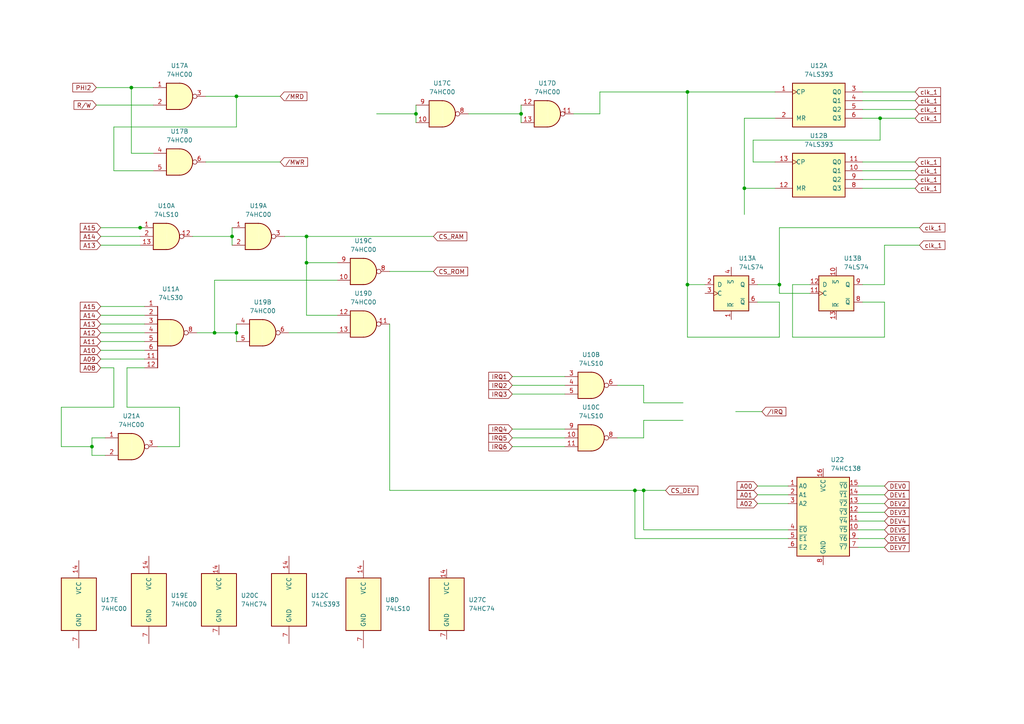
<source format=kicad_sch>
(kicad_sch
	(version 20250114)
	(generator "eeschema")
	(generator_version "9.0")
	(uuid "77fe9110-5fa4-43cd-81de-e0d85a1154ff")
	(paper "A4")
	(lib_symbols
		(symbol "74xx:74HC00"
			(pin_names
				(offset 1.016)
			)
			(exclude_from_sim no)
			(in_bom yes)
			(on_board yes)
			(property "Reference" "U"
				(at 0 1.27 0)
				(effects
					(font
						(size 1.27 1.27)
					)
				)
			)
			(property "Value" "74HC00"
				(at 0 -1.27 0)
				(effects
					(font
						(size 1.27 1.27)
					)
				)
			)
			(property "Footprint" ""
				(at 0 0 0)
				(effects
					(font
						(size 1.27 1.27)
					)
					(hide yes)
				)
			)
			(property "Datasheet" "http://www.ti.com/lit/gpn/sn74hc00"
				(at 0 0 0)
				(effects
					(font
						(size 1.27 1.27)
					)
					(hide yes)
				)
			)
			(property "Description" "quad 2-input NAND gate"
				(at 0 0 0)
				(effects
					(font
						(size 1.27 1.27)
					)
					(hide yes)
				)
			)
			(property "ki_locked" ""
				(at 0 0 0)
				(effects
					(font
						(size 1.27 1.27)
					)
				)
			)
			(property "ki_keywords" "HCMOS nand 2-input"
				(at 0 0 0)
				(effects
					(font
						(size 1.27 1.27)
					)
					(hide yes)
				)
			)
			(property "ki_fp_filters" "DIP*W7.62mm* SO14*"
				(at 0 0 0)
				(effects
					(font
						(size 1.27 1.27)
					)
					(hide yes)
				)
			)
			(symbol "74HC00_1_1"
				(arc
					(start 0 3.81)
					(mid 3.7934 0)
					(end 0 -3.81)
					(stroke
						(width 0.254)
						(type default)
					)
					(fill
						(type background)
					)
				)
				(polyline
					(pts
						(xy 0 3.81) (xy -3.81 3.81) (xy -3.81 -3.81) (xy 0 -3.81)
					)
					(stroke
						(width 0.254)
						(type default)
					)
					(fill
						(type background)
					)
				)
				(pin input line
					(at -7.62 2.54 0)
					(length 3.81)
					(name "~"
						(effects
							(font
								(size 1.27 1.27)
							)
						)
					)
					(number "1"
						(effects
							(font
								(size 1.27 1.27)
							)
						)
					)
				)
				(pin input line
					(at -7.62 -2.54 0)
					(length 3.81)
					(name "~"
						(effects
							(font
								(size 1.27 1.27)
							)
						)
					)
					(number "2"
						(effects
							(font
								(size 1.27 1.27)
							)
						)
					)
				)
				(pin output inverted
					(at 7.62 0 180)
					(length 3.81)
					(name "~"
						(effects
							(font
								(size 1.27 1.27)
							)
						)
					)
					(number "3"
						(effects
							(font
								(size 1.27 1.27)
							)
						)
					)
				)
			)
			(symbol "74HC00_1_2"
				(arc
					(start -3.81 3.81)
					(mid -2.589 0)
					(end -3.81 -3.81)
					(stroke
						(width 0.254)
						(type default)
					)
					(fill
						(type none)
					)
				)
				(polyline
					(pts
						(xy -3.81 3.81) (xy -0.635 3.81)
					)
					(stroke
						(width 0.254)
						(type default)
					)
					(fill
						(type background)
					)
				)
				(polyline
					(pts
						(xy -3.81 -3.81) (xy -0.635 -3.81)
					)
					(stroke
						(width 0.254)
						(type default)
					)
					(fill
						(type background)
					)
				)
				(arc
					(start 3.81 0)
					(mid 2.1855 -2.584)
					(end -0.6096 -3.81)
					(stroke
						(width 0.254)
						(type default)
					)
					(fill
						(type background)
					)
				)
				(arc
					(start -0.6096 3.81)
					(mid 2.1928 2.5924)
					(end 3.81 0)
					(stroke
						(width 0.254)
						(type default)
					)
					(fill
						(type background)
					)
				)
				(polyline
					(pts
						(xy -0.635 3.81) (xy -3.81 3.81) (xy -3.81 3.81) (xy -3.556 3.4036) (xy -3.0226 2.2606) (xy -2.6924 1.0414)
						(xy -2.6162 -0.254) (xy -2.7686 -1.4986) (xy -3.175 -2.7178) (xy -3.81 -3.81) (xy -3.81 -3.81)
						(xy -0.635 -3.81)
					)
					(stroke
						(width -25.4)
						(type default)
					)
					(fill
						(type background)
					)
				)
				(pin input inverted
					(at -7.62 2.54 0)
					(length 4.318)
					(name "~"
						(effects
							(font
								(size 1.27 1.27)
							)
						)
					)
					(number "1"
						(effects
							(font
								(size 1.27 1.27)
							)
						)
					)
				)
				(pin input inverted
					(at -7.62 -2.54 0)
					(length 4.318)
					(name "~"
						(effects
							(font
								(size 1.27 1.27)
							)
						)
					)
					(number "2"
						(effects
							(font
								(size 1.27 1.27)
							)
						)
					)
				)
				(pin output line
					(at 7.62 0 180)
					(length 3.81)
					(name "~"
						(effects
							(font
								(size 1.27 1.27)
							)
						)
					)
					(number "3"
						(effects
							(font
								(size 1.27 1.27)
							)
						)
					)
				)
			)
			(symbol "74HC00_2_1"
				(arc
					(start 0 3.81)
					(mid 3.7934 0)
					(end 0 -3.81)
					(stroke
						(width 0.254)
						(type default)
					)
					(fill
						(type background)
					)
				)
				(polyline
					(pts
						(xy 0 3.81) (xy -3.81 3.81) (xy -3.81 -3.81) (xy 0 -3.81)
					)
					(stroke
						(width 0.254)
						(type default)
					)
					(fill
						(type background)
					)
				)
				(pin input line
					(at -7.62 2.54 0)
					(length 3.81)
					(name "~"
						(effects
							(font
								(size 1.27 1.27)
							)
						)
					)
					(number "4"
						(effects
							(font
								(size 1.27 1.27)
							)
						)
					)
				)
				(pin input line
					(at -7.62 -2.54 0)
					(length 3.81)
					(name "~"
						(effects
							(font
								(size 1.27 1.27)
							)
						)
					)
					(number "5"
						(effects
							(font
								(size 1.27 1.27)
							)
						)
					)
				)
				(pin output inverted
					(at 7.62 0 180)
					(length 3.81)
					(name "~"
						(effects
							(font
								(size 1.27 1.27)
							)
						)
					)
					(number "6"
						(effects
							(font
								(size 1.27 1.27)
							)
						)
					)
				)
			)
			(symbol "74HC00_2_2"
				(arc
					(start -3.81 3.81)
					(mid -2.589 0)
					(end -3.81 -3.81)
					(stroke
						(width 0.254)
						(type default)
					)
					(fill
						(type none)
					)
				)
				(polyline
					(pts
						(xy -3.81 3.81) (xy -0.635 3.81)
					)
					(stroke
						(width 0.254)
						(type default)
					)
					(fill
						(type background)
					)
				)
				(polyline
					(pts
						(xy -3.81 -3.81) (xy -0.635 -3.81)
					)
					(stroke
						(width 0.254)
						(type default)
					)
					(fill
						(type background)
					)
				)
				(arc
					(start 3.81 0)
					(mid 2.1855 -2.584)
					(end -0.6096 -3.81)
					(stroke
						(width 0.254)
						(type default)
					)
					(fill
						(type background)
					)
				)
				(arc
					(start -0.6096 3.81)
					(mid 2.1928 2.5924)
					(end 3.81 0)
					(stroke
						(width 0.254)
						(type default)
					)
					(fill
						(type background)
					)
				)
				(polyline
					(pts
						(xy -0.635 3.81) (xy -3.81 3.81) (xy -3.81 3.81) (xy -3.556 3.4036) (xy -3.0226 2.2606) (xy -2.6924 1.0414)
						(xy -2.6162 -0.254) (xy -2.7686 -1.4986) (xy -3.175 -2.7178) (xy -3.81 -3.81) (xy -3.81 -3.81)
						(xy -0.635 -3.81)
					)
					(stroke
						(width -25.4)
						(type default)
					)
					(fill
						(type background)
					)
				)
				(pin input inverted
					(at -7.62 2.54 0)
					(length 4.318)
					(name "~"
						(effects
							(font
								(size 1.27 1.27)
							)
						)
					)
					(number "4"
						(effects
							(font
								(size 1.27 1.27)
							)
						)
					)
				)
				(pin input inverted
					(at -7.62 -2.54 0)
					(length 4.318)
					(name "~"
						(effects
							(font
								(size 1.27 1.27)
							)
						)
					)
					(number "5"
						(effects
							(font
								(size 1.27 1.27)
							)
						)
					)
				)
				(pin output line
					(at 7.62 0 180)
					(length 3.81)
					(name "~"
						(effects
							(font
								(size 1.27 1.27)
							)
						)
					)
					(number "6"
						(effects
							(font
								(size 1.27 1.27)
							)
						)
					)
				)
			)
			(symbol "74HC00_3_1"
				(arc
					(start 0 3.81)
					(mid 3.7934 0)
					(end 0 -3.81)
					(stroke
						(width 0.254)
						(type default)
					)
					(fill
						(type background)
					)
				)
				(polyline
					(pts
						(xy 0 3.81) (xy -3.81 3.81) (xy -3.81 -3.81) (xy 0 -3.81)
					)
					(stroke
						(width 0.254)
						(type default)
					)
					(fill
						(type background)
					)
				)
				(pin input line
					(at -7.62 2.54 0)
					(length 3.81)
					(name "~"
						(effects
							(font
								(size 1.27 1.27)
							)
						)
					)
					(number "9"
						(effects
							(font
								(size 1.27 1.27)
							)
						)
					)
				)
				(pin input line
					(at -7.62 -2.54 0)
					(length 3.81)
					(name "~"
						(effects
							(font
								(size 1.27 1.27)
							)
						)
					)
					(number "10"
						(effects
							(font
								(size 1.27 1.27)
							)
						)
					)
				)
				(pin output inverted
					(at 7.62 0 180)
					(length 3.81)
					(name "~"
						(effects
							(font
								(size 1.27 1.27)
							)
						)
					)
					(number "8"
						(effects
							(font
								(size 1.27 1.27)
							)
						)
					)
				)
			)
			(symbol "74HC00_3_2"
				(arc
					(start -3.81 3.81)
					(mid -2.589 0)
					(end -3.81 -3.81)
					(stroke
						(width 0.254)
						(type default)
					)
					(fill
						(type none)
					)
				)
				(polyline
					(pts
						(xy -3.81 3.81) (xy -0.635 3.81)
					)
					(stroke
						(width 0.254)
						(type default)
					)
					(fill
						(type background)
					)
				)
				(polyline
					(pts
						(xy -3.81 -3.81) (xy -0.635 -3.81)
					)
					(stroke
						(width 0.254)
						(type default)
					)
					(fill
						(type background)
					)
				)
				(arc
					(start 3.81 0)
					(mid 2.1855 -2.584)
					(end -0.6096 -3.81)
					(stroke
						(width 0.254)
						(type default)
					)
					(fill
						(type background)
					)
				)
				(arc
					(start -0.6096 3.81)
					(mid 2.1928 2.5924)
					(end 3.81 0)
					(stroke
						(width 0.254)
						(type default)
					)
					(fill
						(type background)
					)
				)
				(polyline
					(pts
						(xy -0.635 3.81) (xy -3.81 3.81) (xy -3.81 3.81) (xy -3.556 3.4036) (xy -3.0226 2.2606) (xy -2.6924 1.0414)
						(xy -2.6162 -0.254) (xy -2.7686 -1.4986) (xy -3.175 -2.7178) (xy -3.81 -3.81) (xy -3.81 -3.81)
						(xy -0.635 -3.81)
					)
					(stroke
						(width -25.4)
						(type default)
					)
					(fill
						(type background)
					)
				)
				(pin input inverted
					(at -7.62 2.54 0)
					(length 4.318)
					(name "~"
						(effects
							(font
								(size 1.27 1.27)
							)
						)
					)
					(number "9"
						(effects
							(font
								(size 1.27 1.27)
							)
						)
					)
				)
				(pin input inverted
					(at -7.62 -2.54 0)
					(length 4.318)
					(name "~"
						(effects
							(font
								(size 1.27 1.27)
							)
						)
					)
					(number "10"
						(effects
							(font
								(size 1.27 1.27)
							)
						)
					)
				)
				(pin output line
					(at 7.62 0 180)
					(length 3.81)
					(name "~"
						(effects
							(font
								(size 1.27 1.27)
							)
						)
					)
					(number "8"
						(effects
							(font
								(size 1.27 1.27)
							)
						)
					)
				)
			)
			(symbol "74HC00_4_1"
				(arc
					(start 0 3.81)
					(mid 3.7934 0)
					(end 0 -3.81)
					(stroke
						(width 0.254)
						(type default)
					)
					(fill
						(type background)
					)
				)
				(polyline
					(pts
						(xy 0 3.81) (xy -3.81 3.81) (xy -3.81 -3.81) (xy 0 -3.81)
					)
					(stroke
						(width 0.254)
						(type default)
					)
					(fill
						(type background)
					)
				)
				(pin input line
					(at -7.62 2.54 0)
					(length 3.81)
					(name "~"
						(effects
							(font
								(size 1.27 1.27)
							)
						)
					)
					(number "12"
						(effects
							(font
								(size 1.27 1.27)
							)
						)
					)
				)
				(pin input line
					(at -7.62 -2.54 0)
					(length 3.81)
					(name "~"
						(effects
							(font
								(size 1.27 1.27)
							)
						)
					)
					(number "13"
						(effects
							(font
								(size 1.27 1.27)
							)
						)
					)
				)
				(pin output inverted
					(at 7.62 0 180)
					(length 3.81)
					(name "~"
						(effects
							(font
								(size 1.27 1.27)
							)
						)
					)
					(number "11"
						(effects
							(font
								(size 1.27 1.27)
							)
						)
					)
				)
			)
			(symbol "74HC00_4_2"
				(arc
					(start -3.81 3.81)
					(mid -2.589 0)
					(end -3.81 -3.81)
					(stroke
						(width 0.254)
						(type default)
					)
					(fill
						(type none)
					)
				)
				(polyline
					(pts
						(xy -3.81 3.81) (xy -0.635 3.81)
					)
					(stroke
						(width 0.254)
						(type default)
					)
					(fill
						(type background)
					)
				)
				(polyline
					(pts
						(xy -3.81 -3.81) (xy -0.635 -3.81)
					)
					(stroke
						(width 0.254)
						(type default)
					)
					(fill
						(type background)
					)
				)
				(arc
					(start 3.81 0)
					(mid 2.1855 -2.584)
					(end -0.6096 -3.81)
					(stroke
						(width 0.254)
						(type default)
					)
					(fill
						(type background)
					)
				)
				(arc
					(start -0.6096 3.81)
					(mid 2.1928 2.5924)
					(end 3.81 0)
					(stroke
						(width 0.254)
						(type default)
					)
					(fill
						(type background)
					)
				)
				(polyline
					(pts
						(xy -0.635 3.81) (xy -3.81 3.81) (xy -3.81 3.81) (xy -3.556 3.4036) (xy -3.0226 2.2606) (xy -2.6924 1.0414)
						(xy -2.6162 -0.254) (xy -2.7686 -1.4986) (xy -3.175 -2.7178) (xy -3.81 -3.81) (xy -3.81 -3.81)
						(xy -0.635 -3.81)
					)
					(stroke
						(width -25.4)
						(type default)
					)
					(fill
						(type background)
					)
				)
				(pin input inverted
					(at -7.62 2.54 0)
					(length 4.318)
					(name "~"
						(effects
							(font
								(size 1.27 1.27)
							)
						)
					)
					(number "12"
						(effects
							(font
								(size 1.27 1.27)
							)
						)
					)
				)
				(pin input inverted
					(at -7.62 -2.54 0)
					(length 4.318)
					(name "~"
						(effects
							(font
								(size 1.27 1.27)
							)
						)
					)
					(number "13"
						(effects
							(font
								(size 1.27 1.27)
							)
						)
					)
				)
				(pin output line
					(at 7.62 0 180)
					(length 3.81)
					(name "~"
						(effects
							(font
								(size 1.27 1.27)
							)
						)
					)
					(number "11"
						(effects
							(font
								(size 1.27 1.27)
							)
						)
					)
				)
			)
			(symbol "74HC00_5_0"
				(pin power_in line
					(at 0 12.7 270)
					(length 5.08)
					(name "VCC"
						(effects
							(font
								(size 1.27 1.27)
							)
						)
					)
					(number "14"
						(effects
							(font
								(size 1.27 1.27)
							)
						)
					)
				)
				(pin power_in line
					(at 0 -12.7 90)
					(length 5.08)
					(name "GND"
						(effects
							(font
								(size 1.27 1.27)
							)
						)
					)
					(number "7"
						(effects
							(font
								(size 1.27 1.27)
							)
						)
					)
				)
			)
			(symbol "74HC00_5_1"
				(rectangle
					(start -5.08 7.62)
					(end 5.08 -7.62)
					(stroke
						(width 0.254)
						(type default)
					)
					(fill
						(type background)
					)
				)
			)
			(embedded_fonts no)
		)
		(symbol "74xx:74HC138"
			(exclude_from_sim no)
			(in_bom yes)
			(on_board yes)
			(property "Reference" "U"
				(at -7.62 13.97 0)
				(effects
					(font
						(size 1.27 1.27)
					)
					(justify left bottom)
				)
			)
			(property "Value" "74HC138"
				(at 2.54 -11.43 0)
				(effects
					(font
						(size 1.27 1.27)
					)
					(justify left top)
				)
			)
			(property "Footprint" ""
				(at 0 0 0)
				(effects
					(font
						(size 1.27 1.27)
					)
					(hide yes)
				)
			)
			(property "Datasheet" "http://www.ti.com/lit/ds/symlink/cd74hc238.pdf"
				(at 0 0 0)
				(effects
					(font
						(size 1.27 1.27)
					)
					(hide yes)
				)
			)
			(property "Description" "3-to-8 line decoder/multiplexer inverting, DIP-16/SOIC-16/SSOP-16"
				(at 0 0 0)
				(effects
					(font
						(size 1.27 1.27)
					)
					(hide yes)
				)
			)
			(property "ki_keywords" "demux"
				(at 0 0 0)
				(effects
					(font
						(size 1.27 1.27)
					)
					(hide yes)
				)
			)
			(property "ki_fp_filters" "DIP*W7.62mm* SOIC*3.9x9.9mm*P1.27mm* SSOP*5.3x6.2mm*P0.65mm*"
				(at 0 0 0)
				(effects
					(font
						(size 1.27 1.27)
					)
					(hide yes)
				)
			)
			(symbol "74HC138_0_1"
				(rectangle
					(start -7.62 12.7)
					(end 7.62 -10.16)
					(stroke
						(width 0.254)
						(type default)
					)
					(fill
						(type background)
					)
				)
			)
			(symbol "74HC138_1_1"
				(pin input line
					(at -10.16 10.16 0)
					(length 2.54)
					(name "A0"
						(effects
							(font
								(size 1.27 1.27)
							)
						)
					)
					(number "1"
						(effects
							(font
								(size 1.27 1.27)
							)
						)
					)
				)
				(pin input line
					(at -10.16 7.62 0)
					(length 2.54)
					(name "A1"
						(effects
							(font
								(size 1.27 1.27)
							)
						)
					)
					(number "2"
						(effects
							(font
								(size 1.27 1.27)
							)
						)
					)
				)
				(pin input line
					(at -10.16 5.08 0)
					(length 2.54)
					(name "A2"
						(effects
							(font
								(size 1.27 1.27)
							)
						)
					)
					(number "3"
						(effects
							(font
								(size 1.27 1.27)
							)
						)
					)
				)
				(pin input line
					(at -10.16 -2.54 0)
					(length 2.54)
					(name "~{E0}"
						(effects
							(font
								(size 1.27 1.27)
							)
						)
					)
					(number "4"
						(effects
							(font
								(size 1.27 1.27)
							)
						)
					)
				)
				(pin input line
					(at -10.16 -5.08 0)
					(length 2.54)
					(name "~{E1}"
						(effects
							(font
								(size 1.27 1.27)
							)
						)
					)
					(number "5"
						(effects
							(font
								(size 1.27 1.27)
							)
						)
					)
				)
				(pin input line
					(at -10.16 -7.62 0)
					(length 2.54)
					(name "E2"
						(effects
							(font
								(size 1.27 1.27)
							)
						)
					)
					(number "6"
						(effects
							(font
								(size 1.27 1.27)
							)
						)
					)
				)
				(pin power_in line
					(at 0 15.24 270)
					(length 2.54)
					(name "VCC"
						(effects
							(font
								(size 1.27 1.27)
							)
						)
					)
					(number "16"
						(effects
							(font
								(size 1.27 1.27)
							)
						)
					)
				)
				(pin power_in line
					(at 0 -12.7 90)
					(length 2.54)
					(name "GND"
						(effects
							(font
								(size 1.27 1.27)
							)
						)
					)
					(number "8"
						(effects
							(font
								(size 1.27 1.27)
							)
						)
					)
				)
				(pin output line
					(at 10.16 10.16 180)
					(length 2.54)
					(name "~{Y0}"
						(effects
							(font
								(size 1.27 1.27)
							)
						)
					)
					(number "15"
						(effects
							(font
								(size 1.27 1.27)
							)
						)
					)
				)
				(pin output line
					(at 10.16 7.62 180)
					(length 2.54)
					(name "~{Y1}"
						(effects
							(font
								(size 1.27 1.27)
							)
						)
					)
					(number "14"
						(effects
							(font
								(size 1.27 1.27)
							)
						)
					)
				)
				(pin output line
					(at 10.16 5.08 180)
					(length 2.54)
					(name "~{Y2}"
						(effects
							(font
								(size 1.27 1.27)
							)
						)
					)
					(number "13"
						(effects
							(font
								(size 1.27 1.27)
							)
						)
					)
				)
				(pin output line
					(at 10.16 2.54 180)
					(length 2.54)
					(name "~{Y3}"
						(effects
							(font
								(size 1.27 1.27)
							)
						)
					)
					(number "12"
						(effects
							(font
								(size 1.27 1.27)
							)
						)
					)
				)
				(pin output line
					(at 10.16 0 180)
					(length 2.54)
					(name "~{Y4}"
						(effects
							(font
								(size 1.27 1.27)
							)
						)
					)
					(number "11"
						(effects
							(font
								(size 1.27 1.27)
							)
						)
					)
				)
				(pin output line
					(at 10.16 -2.54 180)
					(length 2.54)
					(name "~{Y5}"
						(effects
							(font
								(size 1.27 1.27)
							)
						)
					)
					(number "10"
						(effects
							(font
								(size 1.27 1.27)
							)
						)
					)
				)
				(pin output line
					(at 10.16 -5.08 180)
					(length 2.54)
					(name "~{Y6}"
						(effects
							(font
								(size 1.27 1.27)
							)
						)
					)
					(number "9"
						(effects
							(font
								(size 1.27 1.27)
							)
						)
					)
				)
				(pin output line
					(at 10.16 -7.62 180)
					(length 2.54)
					(name "~{Y7}"
						(effects
							(font
								(size 1.27 1.27)
							)
						)
					)
					(number "7"
						(effects
							(font
								(size 1.27 1.27)
							)
						)
					)
				)
			)
			(embedded_fonts no)
		)
		(symbol "74xx:74HC74"
			(pin_names
				(offset 1.016)
			)
			(exclude_from_sim no)
			(in_bom yes)
			(on_board yes)
			(property "Reference" "U"
				(at -7.62 8.89 0)
				(effects
					(font
						(size 1.27 1.27)
					)
				)
			)
			(property "Value" "74HC74"
				(at -7.62 -8.89 0)
				(effects
					(font
						(size 1.27 1.27)
					)
				)
			)
			(property "Footprint" ""
				(at 0 0 0)
				(effects
					(font
						(size 1.27 1.27)
					)
					(hide yes)
				)
			)
			(property "Datasheet" "74xx/74hc_hct74.pdf"
				(at 0 0 0)
				(effects
					(font
						(size 1.27 1.27)
					)
					(hide yes)
				)
			)
			(property "Description" "Dual D Flip-flop, Set & Reset"
				(at 0 0 0)
				(effects
					(font
						(size 1.27 1.27)
					)
					(hide yes)
				)
			)
			(property "ki_locked" ""
				(at 0 0 0)
				(effects
					(font
						(size 1.27 1.27)
					)
				)
			)
			(property "ki_keywords" "TTL DFF"
				(at 0 0 0)
				(effects
					(font
						(size 1.27 1.27)
					)
					(hide yes)
				)
			)
			(property "ki_fp_filters" "DIP*W7.62mm*"
				(at 0 0 0)
				(effects
					(font
						(size 1.27 1.27)
					)
					(hide yes)
				)
			)
			(symbol "74HC74_1_0"
				(pin input line
					(at -7.62 2.54 0)
					(length 2.54)
					(name "D"
						(effects
							(font
								(size 1.27 1.27)
							)
						)
					)
					(number "2"
						(effects
							(font
								(size 1.27 1.27)
							)
						)
					)
				)
				(pin input clock
					(at -7.62 0 0)
					(length 2.54)
					(name "C"
						(effects
							(font
								(size 1.27 1.27)
							)
						)
					)
					(number "3"
						(effects
							(font
								(size 1.27 1.27)
							)
						)
					)
				)
				(pin input line
					(at 0 7.62 270)
					(length 2.54)
					(name "~{S}"
						(effects
							(font
								(size 1.27 1.27)
							)
						)
					)
					(number "4"
						(effects
							(font
								(size 1.27 1.27)
							)
						)
					)
				)
				(pin input line
					(at 0 -7.62 90)
					(length 2.54)
					(name "~{R}"
						(effects
							(font
								(size 1.27 1.27)
							)
						)
					)
					(number "1"
						(effects
							(font
								(size 1.27 1.27)
							)
						)
					)
				)
				(pin output line
					(at 7.62 2.54 180)
					(length 2.54)
					(name "Q"
						(effects
							(font
								(size 1.27 1.27)
							)
						)
					)
					(number "5"
						(effects
							(font
								(size 1.27 1.27)
							)
						)
					)
				)
				(pin output line
					(at 7.62 -2.54 180)
					(length 2.54)
					(name "~{Q}"
						(effects
							(font
								(size 1.27 1.27)
							)
						)
					)
					(number "6"
						(effects
							(font
								(size 1.27 1.27)
							)
						)
					)
				)
			)
			(symbol "74HC74_1_1"
				(rectangle
					(start -5.08 5.08)
					(end 5.08 -5.08)
					(stroke
						(width 0.254)
						(type default)
					)
					(fill
						(type background)
					)
				)
			)
			(symbol "74HC74_2_0"
				(pin input line
					(at -7.62 2.54 0)
					(length 2.54)
					(name "D"
						(effects
							(font
								(size 1.27 1.27)
							)
						)
					)
					(number "12"
						(effects
							(font
								(size 1.27 1.27)
							)
						)
					)
				)
				(pin input clock
					(at -7.62 0 0)
					(length 2.54)
					(name "C"
						(effects
							(font
								(size 1.27 1.27)
							)
						)
					)
					(number "11"
						(effects
							(font
								(size 1.27 1.27)
							)
						)
					)
				)
				(pin input line
					(at 0 7.62 270)
					(length 2.54)
					(name "~{S}"
						(effects
							(font
								(size 1.27 1.27)
							)
						)
					)
					(number "10"
						(effects
							(font
								(size 1.27 1.27)
							)
						)
					)
				)
				(pin input line
					(at 0 -7.62 90)
					(length 2.54)
					(name "~{R}"
						(effects
							(font
								(size 1.27 1.27)
							)
						)
					)
					(number "13"
						(effects
							(font
								(size 1.27 1.27)
							)
						)
					)
				)
				(pin output line
					(at 7.62 2.54 180)
					(length 2.54)
					(name "Q"
						(effects
							(font
								(size 1.27 1.27)
							)
						)
					)
					(number "9"
						(effects
							(font
								(size 1.27 1.27)
							)
						)
					)
				)
				(pin output line
					(at 7.62 -2.54 180)
					(length 2.54)
					(name "~{Q}"
						(effects
							(font
								(size 1.27 1.27)
							)
						)
					)
					(number "8"
						(effects
							(font
								(size 1.27 1.27)
							)
						)
					)
				)
			)
			(symbol "74HC74_2_1"
				(rectangle
					(start -5.08 5.08)
					(end 5.08 -5.08)
					(stroke
						(width 0.254)
						(type default)
					)
					(fill
						(type background)
					)
				)
			)
			(symbol "74HC74_3_0"
				(pin power_in line
					(at 0 10.16 270)
					(length 2.54)
					(name "VCC"
						(effects
							(font
								(size 1.27 1.27)
							)
						)
					)
					(number "14"
						(effects
							(font
								(size 1.27 1.27)
							)
						)
					)
				)
				(pin power_in line
					(at 0 -10.16 90)
					(length 2.54)
					(name "GND"
						(effects
							(font
								(size 1.27 1.27)
							)
						)
					)
					(number "7"
						(effects
							(font
								(size 1.27 1.27)
							)
						)
					)
				)
			)
			(symbol "74HC74_3_1"
				(rectangle
					(start -5.08 7.62)
					(end 5.08 -7.62)
					(stroke
						(width 0.254)
						(type default)
					)
					(fill
						(type background)
					)
				)
			)
			(embedded_fonts no)
		)
		(symbol "74xx:74LS10"
			(pin_names
				(offset 1.016)
			)
			(exclude_from_sim no)
			(in_bom yes)
			(on_board yes)
			(property "Reference" "U"
				(at 0 1.27 0)
				(effects
					(font
						(size 1.27 1.27)
					)
				)
			)
			(property "Value" "74LS10"
				(at 0 -1.27 0)
				(effects
					(font
						(size 1.27 1.27)
					)
				)
			)
			(property "Footprint" ""
				(at 0 0 0)
				(effects
					(font
						(size 1.27 1.27)
					)
					(hide yes)
				)
			)
			(property "Datasheet" "http://www.ti.com/lit/gpn/sn74LS10"
				(at 0 0 0)
				(effects
					(font
						(size 1.27 1.27)
					)
					(hide yes)
				)
			)
			(property "Description" "Triple 3-input NAND"
				(at 0 0 0)
				(effects
					(font
						(size 1.27 1.27)
					)
					(hide yes)
				)
			)
			(property "ki_locked" ""
				(at 0 0 0)
				(effects
					(font
						(size 1.27 1.27)
					)
				)
			)
			(property "ki_keywords" "TTL Nand3"
				(at 0 0 0)
				(effects
					(font
						(size 1.27 1.27)
					)
					(hide yes)
				)
			)
			(property "ki_fp_filters" "DIP*W7.62mm*"
				(at 0 0 0)
				(effects
					(font
						(size 1.27 1.27)
					)
					(hide yes)
				)
			)
			(symbol "74LS10_1_1"
				(arc
					(start 0 3.81)
					(mid 3.7934 0)
					(end 0 -3.81)
					(stroke
						(width 0.254)
						(type default)
					)
					(fill
						(type background)
					)
				)
				(polyline
					(pts
						(xy 0 3.81) (xy -3.81 3.81) (xy -3.81 -3.81) (xy 0 -3.81)
					)
					(stroke
						(width 0.254)
						(type default)
					)
					(fill
						(type background)
					)
				)
				(pin input line
					(at -7.62 2.54 0)
					(length 3.81)
					(name "~"
						(effects
							(font
								(size 1.27 1.27)
							)
						)
					)
					(number "1"
						(effects
							(font
								(size 1.27 1.27)
							)
						)
					)
				)
				(pin input line
					(at -7.62 0 0)
					(length 3.81)
					(name "~"
						(effects
							(font
								(size 1.27 1.27)
							)
						)
					)
					(number "2"
						(effects
							(font
								(size 1.27 1.27)
							)
						)
					)
				)
				(pin input line
					(at -7.62 -2.54 0)
					(length 3.81)
					(name "~"
						(effects
							(font
								(size 1.27 1.27)
							)
						)
					)
					(number "13"
						(effects
							(font
								(size 1.27 1.27)
							)
						)
					)
				)
				(pin output inverted
					(at 7.62 0 180)
					(length 3.81)
					(name "~"
						(effects
							(font
								(size 1.27 1.27)
							)
						)
					)
					(number "12"
						(effects
							(font
								(size 1.27 1.27)
							)
						)
					)
				)
			)
			(symbol "74LS10_1_2"
				(arc
					(start -3.81 3.81)
					(mid -2.589 0)
					(end -3.81 -3.81)
					(stroke
						(width 0.254)
						(type default)
					)
					(fill
						(type none)
					)
				)
				(polyline
					(pts
						(xy -3.81 3.81) (xy -0.635 3.81)
					)
					(stroke
						(width 0.254)
						(type default)
					)
					(fill
						(type background)
					)
				)
				(polyline
					(pts
						(xy -3.81 -3.81) (xy -0.635 -3.81)
					)
					(stroke
						(width 0.254)
						(type default)
					)
					(fill
						(type background)
					)
				)
				(arc
					(start 3.81 0)
					(mid 2.1855 -2.584)
					(end -0.6096 -3.81)
					(stroke
						(width 0.254)
						(type default)
					)
					(fill
						(type background)
					)
				)
				(arc
					(start -0.6096 3.81)
					(mid 2.1928 2.5924)
					(end 3.81 0)
					(stroke
						(width 0.254)
						(type default)
					)
					(fill
						(type background)
					)
				)
				(polyline
					(pts
						(xy -0.635 3.81) (xy -3.81 3.81) (xy -3.81 3.81) (xy -3.556 3.4036) (xy -3.0226 2.2606) (xy -2.6924 1.0414)
						(xy -2.6162 -0.254) (xy -2.7686 -1.4986) (xy -3.175 -2.7178) (xy -3.81 -3.81) (xy -3.81 -3.81)
						(xy -0.635 -3.81)
					)
					(stroke
						(width -25.4)
						(type default)
					)
					(fill
						(type background)
					)
				)
				(pin input inverted
					(at -7.62 2.54 0)
					(length 4.318)
					(name "~"
						(effects
							(font
								(size 1.27 1.27)
							)
						)
					)
					(number "1"
						(effects
							(font
								(size 1.27 1.27)
							)
						)
					)
				)
				(pin input inverted
					(at -7.62 0 0)
					(length 4.953)
					(name "~"
						(effects
							(font
								(size 1.27 1.27)
							)
						)
					)
					(number "2"
						(effects
							(font
								(size 1.27 1.27)
							)
						)
					)
				)
				(pin input inverted
					(at -7.62 -2.54 0)
					(length 4.318)
					(name "~"
						(effects
							(font
								(size 1.27 1.27)
							)
						)
					)
					(number "13"
						(effects
							(font
								(size 1.27 1.27)
							)
						)
					)
				)
				(pin output line
					(at 7.62 0 180)
					(length 3.81)
					(name "~"
						(effects
							(font
								(size 1.27 1.27)
							)
						)
					)
					(number "12"
						(effects
							(font
								(size 1.27 1.27)
							)
						)
					)
				)
			)
			(symbol "74LS10_2_1"
				(arc
					(start 0 3.81)
					(mid 3.7934 0)
					(end 0 -3.81)
					(stroke
						(width 0.254)
						(type default)
					)
					(fill
						(type background)
					)
				)
				(polyline
					(pts
						(xy 0 3.81) (xy -3.81 3.81) (xy -3.81 -3.81) (xy 0 -3.81)
					)
					(stroke
						(width 0.254)
						(type default)
					)
					(fill
						(type background)
					)
				)
				(pin input line
					(at -7.62 2.54 0)
					(length 3.81)
					(name "~"
						(effects
							(font
								(size 1.27 1.27)
							)
						)
					)
					(number "3"
						(effects
							(font
								(size 1.27 1.27)
							)
						)
					)
				)
				(pin input line
					(at -7.62 0 0)
					(length 3.81)
					(name "~"
						(effects
							(font
								(size 1.27 1.27)
							)
						)
					)
					(number "4"
						(effects
							(font
								(size 1.27 1.27)
							)
						)
					)
				)
				(pin input line
					(at -7.62 -2.54 0)
					(length 3.81)
					(name "~"
						(effects
							(font
								(size 1.27 1.27)
							)
						)
					)
					(number "5"
						(effects
							(font
								(size 1.27 1.27)
							)
						)
					)
				)
				(pin output inverted
					(at 7.62 0 180)
					(length 3.81)
					(name "~"
						(effects
							(font
								(size 1.27 1.27)
							)
						)
					)
					(number "6"
						(effects
							(font
								(size 1.27 1.27)
							)
						)
					)
				)
			)
			(symbol "74LS10_2_2"
				(arc
					(start -3.81 3.81)
					(mid -2.589 0)
					(end -3.81 -3.81)
					(stroke
						(width 0.254)
						(type default)
					)
					(fill
						(type none)
					)
				)
				(polyline
					(pts
						(xy -3.81 3.81) (xy -0.635 3.81)
					)
					(stroke
						(width 0.254)
						(type default)
					)
					(fill
						(type background)
					)
				)
				(polyline
					(pts
						(xy -3.81 -3.81) (xy -0.635 -3.81)
					)
					(stroke
						(width 0.254)
						(type default)
					)
					(fill
						(type background)
					)
				)
				(arc
					(start 3.81 0)
					(mid 2.1855 -2.584)
					(end -0.6096 -3.81)
					(stroke
						(width 0.254)
						(type default)
					)
					(fill
						(type background)
					)
				)
				(arc
					(start -0.6096 3.81)
					(mid 2.1928 2.5924)
					(end 3.81 0)
					(stroke
						(width 0.254)
						(type default)
					)
					(fill
						(type background)
					)
				)
				(polyline
					(pts
						(xy -0.635 3.81) (xy -3.81 3.81) (xy -3.81 3.81) (xy -3.556 3.4036) (xy -3.0226 2.2606) (xy -2.6924 1.0414)
						(xy -2.6162 -0.254) (xy -2.7686 -1.4986) (xy -3.175 -2.7178) (xy -3.81 -3.81) (xy -3.81 -3.81)
						(xy -0.635 -3.81)
					)
					(stroke
						(width -25.4)
						(type default)
					)
					(fill
						(type background)
					)
				)
				(pin input inverted
					(at -7.62 2.54 0)
					(length 4.318)
					(name "~"
						(effects
							(font
								(size 1.27 1.27)
							)
						)
					)
					(number "3"
						(effects
							(font
								(size 1.27 1.27)
							)
						)
					)
				)
				(pin input inverted
					(at -7.62 0 0)
					(length 4.953)
					(name "~"
						(effects
							(font
								(size 1.27 1.27)
							)
						)
					)
					(number "4"
						(effects
							(font
								(size 1.27 1.27)
							)
						)
					)
				)
				(pin input inverted
					(at -7.62 -2.54 0)
					(length 4.318)
					(name "~"
						(effects
							(font
								(size 1.27 1.27)
							)
						)
					)
					(number "5"
						(effects
							(font
								(size 1.27 1.27)
							)
						)
					)
				)
				(pin output line
					(at 7.62 0 180)
					(length 3.81)
					(name "~"
						(effects
							(font
								(size 1.27 1.27)
							)
						)
					)
					(number "6"
						(effects
							(font
								(size 1.27 1.27)
							)
						)
					)
				)
			)
			(symbol "74LS10_3_1"
				(arc
					(start 0 3.81)
					(mid 3.7934 0)
					(end 0 -3.81)
					(stroke
						(width 0.254)
						(type default)
					)
					(fill
						(type background)
					)
				)
				(polyline
					(pts
						(xy 0 3.81) (xy -3.81 3.81) (xy -3.81 -3.81) (xy 0 -3.81)
					)
					(stroke
						(width 0.254)
						(type default)
					)
					(fill
						(type background)
					)
				)
				(pin input line
					(at -7.62 2.54 0)
					(length 3.81)
					(name "~"
						(effects
							(font
								(size 1.27 1.27)
							)
						)
					)
					(number "9"
						(effects
							(font
								(size 1.27 1.27)
							)
						)
					)
				)
				(pin input line
					(at -7.62 0 0)
					(length 3.81)
					(name "~"
						(effects
							(font
								(size 1.27 1.27)
							)
						)
					)
					(number "10"
						(effects
							(font
								(size 1.27 1.27)
							)
						)
					)
				)
				(pin input line
					(at -7.62 -2.54 0)
					(length 3.81)
					(name "~"
						(effects
							(font
								(size 1.27 1.27)
							)
						)
					)
					(number "11"
						(effects
							(font
								(size 1.27 1.27)
							)
						)
					)
				)
				(pin output inverted
					(at 7.62 0 180)
					(length 3.81)
					(name "~"
						(effects
							(font
								(size 1.27 1.27)
							)
						)
					)
					(number "8"
						(effects
							(font
								(size 1.27 1.27)
							)
						)
					)
				)
			)
			(symbol "74LS10_3_2"
				(arc
					(start -3.81 3.81)
					(mid -2.589 0)
					(end -3.81 -3.81)
					(stroke
						(width 0.254)
						(type default)
					)
					(fill
						(type none)
					)
				)
				(polyline
					(pts
						(xy -3.81 3.81) (xy -0.635 3.81)
					)
					(stroke
						(width 0.254)
						(type default)
					)
					(fill
						(type background)
					)
				)
				(polyline
					(pts
						(xy -3.81 -3.81) (xy -0.635 -3.81)
					)
					(stroke
						(width 0.254)
						(type default)
					)
					(fill
						(type background)
					)
				)
				(arc
					(start 3.81 0)
					(mid 2.1855 -2.584)
					(end -0.6096 -3.81)
					(stroke
						(width 0.254)
						(type default)
					)
					(fill
						(type background)
					)
				)
				(arc
					(start -0.6096 3.81)
					(mid 2.1928 2.5924)
					(end 3.81 0)
					(stroke
						(width 0.254)
						(type default)
					)
					(fill
						(type background)
					)
				)
				(polyline
					(pts
						(xy -0.635 3.81) (xy -3.81 3.81) (xy -3.81 3.81) (xy -3.556 3.4036) (xy -3.0226 2.2606) (xy -2.6924 1.0414)
						(xy -2.6162 -0.254) (xy -2.7686 -1.4986) (xy -3.175 -2.7178) (xy -3.81 -3.81) (xy -3.81 -3.81)
						(xy -0.635 -3.81)
					)
					(stroke
						(width -25.4)
						(type default)
					)
					(fill
						(type background)
					)
				)
				(pin input inverted
					(at -7.62 2.54 0)
					(length 4.318)
					(name "~"
						(effects
							(font
								(size 1.27 1.27)
							)
						)
					)
					(number "9"
						(effects
							(font
								(size 1.27 1.27)
							)
						)
					)
				)
				(pin input inverted
					(at -7.62 0 0)
					(length 4.953)
					(name "~"
						(effects
							(font
								(size 1.27 1.27)
							)
						)
					)
					(number "10"
						(effects
							(font
								(size 1.27 1.27)
							)
						)
					)
				)
				(pin input inverted
					(at -7.62 -2.54 0)
					(length 4.318)
					(name "~"
						(effects
							(font
								(size 1.27 1.27)
							)
						)
					)
					(number "11"
						(effects
							(font
								(size 1.27 1.27)
							)
						)
					)
				)
				(pin output line
					(at 7.62 0 180)
					(length 3.81)
					(name "~"
						(effects
							(font
								(size 1.27 1.27)
							)
						)
					)
					(number "8"
						(effects
							(font
								(size 1.27 1.27)
							)
						)
					)
				)
			)
			(symbol "74LS10_4_0"
				(pin power_in line
					(at 0 12.7 270)
					(length 5.08)
					(name "VCC"
						(effects
							(font
								(size 1.27 1.27)
							)
						)
					)
					(number "14"
						(effects
							(font
								(size 1.27 1.27)
							)
						)
					)
				)
				(pin power_in line
					(at 0 -12.7 90)
					(length 5.08)
					(name "GND"
						(effects
							(font
								(size 1.27 1.27)
							)
						)
					)
					(number "7"
						(effects
							(font
								(size 1.27 1.27)
							)
						)
					)
				)
			)
			(symbol "74LS10_4_1"
				(rectangle
					(start -5.08 7.62)
					(end 5.08 -7.62)
					(stroke
						(width 0.254)
						(type default)
					)
					(fill
						(type background)
					)
				)
			)
			(embedded_fonts no)
		)
		(symbol "74xx:74LS30"
			(pin_names
				(offset 1.016)
			)
			(exclude_from_sim no)
			(in_bom yes)
			(on_board yes)
			(property "Reference" "U"
				(at 0 1.27 0)
				(effects
					(font
						(size 1.27 1.27)
					)
				)
			)
			(property "Value" "74LS30"
				(at 0 -1.27 0)
				(effects
					(font
						(size 1.27 1.27)
					)
				)
			)
			(property "Footprint" ""
				(at 0 0 0)
				(effects
					(font
						(size 1.27 1.27)
					)
					(hide yes)
				)
			)
			(property "Datasheet" "http://www.ti.com/lit/gpn/sn74LS30"
				(at 0 0 0)
				(effects
					(font
						(size 1.27 1.27)
					)
					(hide yes)
				)
			)
			(property "Description" "8-input NAND"
				(at 0 0 0)
				(effects
					(font
						(size 1.27 1.27)
					)
					(hide yes)
				)
			)
			(property "ki_locked" ""
				(at 0 0 0)
				(effects
					(font
						(size 1.27 1.27)
					)
				)
			)
			(property "ki_keywords" "TTL Nand8"
				(at 0 0 0)
				(effects
					(font
						(size 1.27 1.27)
					)
					(hide yes)
				)
			)
			(property "ki_fp_filters" "DIP*W7.62mm*"
				(at 0 0 0)
				(effects
					(font
						(size 1.27 1.27)
					)
					(hide yes)
				)
			)
			(symbol "74LS30_1_1"
				(polyline
					(pts
						(xy -3.81 7.62) (xy -3.81 -10.16)
					)
					(stroke
						(width 0.254)
						(type default)
					)
					(fill
						(type none)
					)
				)
				(arc
					(start 0 3.81)
					(mid 3.7934 0)
					(end 0 -3.81)
					(stroke
						(width 0.254)
						(type default)
					)
					(fill
						(type background)
					)
				)
				(polyline
					(pts
						(xy 0 3.81) (xy -3.81 3.81) (xy -3.81 -3.81) (xy 0 -3.81)
					)
					(stroke
						(width 0.254)
						(type default)
					)
					(fill
						(type background)
					)
				)
				(pin input line
					(at -7.62 7.62 0)
					(length 3.81)
					(name "~"
						(effects
							(font
								(size 1.27 1.27)
							)
						)
					)
					(number "1"
						(effects
							(font
								(size 1.27 1.27)
							)
						)
					)
				)
				(pin input line
					(at -7.62 5.08 0)
					(length 3.81)
					(name "~"
						(effects
							(font
								(size 1.27 1.27)
							)
						)
					)
					(number "2"
						(effects
							(font
								(size 1.27 1.27)
							)
						)
					)
				)
				(pin input line
					(at -7.62 2.54 0)
					(length 3.81)
					(name "~"
						(effects
							(font
								(size 1.27 1.27)
							)
						)
					)
					(number "3"
						(effects
							(font
								(size 1.27 1.27)
							)
						)
					)
				)
				(pin input line
					(at -7.62 0 0)
					(length 3.81)
					(name "~"
						(effects
							(font
								(size 1.27 1.27)
							)
						)
					)
					(number "4"
						(effects
							(font
								(size 1.27 1.27)
							)
						)
					)
				)
				(pin input line
					(at -7.62 -2.54 0)
					(length 3.81)
					(name "~"
						(effects
							(font
								(size 1.27 1.27)
							)
						)
					)
					(number "5"
						(effects
							(font
								(size 1.27 1.27)
							)
						)
					)
				)
				(pin input line
					(at -7.62 -5.08 0)
					(length 3.81)
					(name "~"
						(effects
							(font
								(size 1.27 1.27)
							)
						)
					)
					(number "6"
						(effects
							(font
								(size 1.27 1.27)
							)
						)
					)
				)
				(pin input line
					(at -7.62 -7.62 0)
					(length 3.81)
					(name "~"
						(effects
							(font
								(size 1.27 1.27)
							)
						)
					)
					(number "11"
						(effects
							(font
								(size 1.27 1.27)
							)
						)
					)
				)
				(pin input line
					(at -7.62 -10.16 0)
					(length 3.81)
					(name "~"
						(effects
							(font
								(size 1.27 1.27)
							)
						)
					)
					(number "12"
						(effects
							(font
								(size 1.27 1.27)
							)
						)
					)
				)
				(pin output inverted
					(at 7.62 0 180)
					(length 3.81)
					(name "~"
						(effects
							(font
								(size 1.27 1.27)
							)
						)
					)
					(number "8"
						(effects
							(font
								(size 1.27 1.27)
							)
						)
					)
				)
			)
			(symbol "74LS30_1_2"
				(arc
					(start -3.81 3.81)
					(mid -2.589 0)
					(end -3.81 -3.81)
					(stroke
						(width 0.254)
						(type default)
					)
					(fill
						(type none)
					)
				)
				(polyline
					(pts
						(xy -3.81 7.62) (xy -3.81 3.81)
					)
					(stroke
						(width 0.254)
						(type default)
					)
					(fill
						(type none)
					)
				)
				(polyline
					(pts
						(xy -3.81 3.81) (xy -0.635 3.81)
					)
					(stroke
						(width 0.254)
						(type default)
					)
					(fill
						(type background)
					)
				)
				(polyline
					(pts
						(xy -3.81 -3.81) (xy -3.81 -10.16)
					)
					(stroke
						(width 0.254)
						(type default)
					)
					(fill
						(type none)
					)
				)
				(polyline
					(pts
						(xy -3.81 -3.81) (xy -0.635 -3.81)
					)
					(stroke
						(width 0.254)
						(type default)
					)
					(fill
						(type background)
					)
				)
				(arc
					(start 3.81 0)
					(mid 2.1855 -2.584)
					(end -0.6096 -3.81)
					(stroke
						(width 0.254)
						(type default)
					)
					(fill
						(type background)
					)
				)
				(arc
					(start -0.6096 3.81)
					(mid 2.1928 2.5924)
					(end 3.81 0)
					(stroke
						(width 0.254)
						(type default)
					)
					(fill
						(type background)
					)
				)
				(polyline
					(pts
						(xy -0.635 3.81) (xy -3.81 3.81) (xy -3.81 3.81) (xy -3.556 3.4036) (xy -3.0226 2.2606) (xy -2.6924 1.0414)
						(xy -2.6162 -0.254) (xy -2.7686 -1.4986) (xy -3.175 -2.7178) (xy -3.81 -3.81) (xy -3.81 -3.81)
						(xy -0.635 -3.81)
					)
					(stroke
						(width -25.4)
						(type default)
					)
					(fill
						(type background)
					)
				)
				(pin input inverted
					(at -7.62 7.62 0)
					(length 3.81)
					(name "~"
						(effects
							(font
								(size 1.27 1.27)
							)
						)
					)
					(number "1"
						(effects
							(font
								(size 1.27 1.27)
							)
						)
					)
				)
				(pin input inverted
					(at -7.62 5.08 0)
					(length 3.81)
					(name "~"
						(effects
							(font
								(size 1.27 1.27)
							)
						)
					)
					(number "2"
						(effects
							(font
								(size 1.27 1.27)
							)
						)
					)
				)
				(pin input inverted
					(at -7.62 2.54 0)
					(length 4.5466)
					(name "~"
						(effects
							(font
								(size 1.27 1.27)
							)
						)
					)
					(number "3"
						(effects
							(font
								(size 1.27 1.27)
							)
						)
					)
				)
				(pin input inverted
					(at -7.62 0 0)
					(length 5.08)
					(name "~"
						(effects
							(font
								(size 1.27 1.27)
							)
						)
					)
					(number "4"
						(effects
							(font
								(size 1.27 1.27)
							)
						)
					)
				)
				(pin input inverted
					(at -7.62 -2.54 0)
					(length 4.5466)
					(name "~"
						(effects
							(font
								(size 1.27 1.27)
							)
						)
					)
					(number "5"
						(effects
							(font
								(size 1.27 1.27)
							)
						)
					)
				)
				(pin input inverted
					(at -7.62 -5.08 0)
					(length 3.81)
					(name "~"
						(effects
							(font
								(size 1.27 1.27)
							)
						)
					)
					(number "6"
						(effects
							(font
								(size 1.27 1.27)
							)
						)
					)
				)
				(pin input inverted
					(at -7.62 -7.62 0)
					(length 3.81)
					(name "~"
						(effects
							(font
								(size 1.27 1.27)
							)
						)
					)
					(number "11"
						(effects
							(font
								(size 1.27 1.27)
							)
						)
					)
				)
				(pin input inverted
					(at -7.62 -10.16 0)
					(length 3.81)
					(name "~"
						(effects
							(font
								(size 1.27 1.27)
							)
						)
					)
					(number "12"
						(effects
							(font
								(size 1.27 1.27)
							)
						)
					)
				)
				(pin output line
					(at 7.62 0 180)
					(length 3.81)
					(name "~"
						(effects
							(font
								(size 1.27 1.27)
							)
						)
					)
					(number "8"
						(effects
							(font
								(size 1.27 1.27)
							)
						)
					)
				)
			)
			(symbol "74LS30_2_0"
				(pin power_in line
					(at 0 12.7 270)
					(length 5.08)
					(name "VCC"
						(effects
							(font
								(size 1.27 1.27)
							)
						)
					)
					(number "14"
						(effects
							(font
								(size 1.27 1.27)
							)
						)
					)
				)
				(pin power_in line
					(at 0 -12.7 90)
					(length 5.08)
					(name "GND"
						(effects
							(font
								(size 1.27 1.27)
							)
						)
					)
					(number "7"
						(effects
							(font
								(size 1.27 1.27)
							)
						)
					)
				)
			)
			(symbol "74LS30_2_1"
				(rectangle
					(start -5.08 7.62)
					(end 5.08 -7.62)
					(stroke
						(width 0.254)
						(type default)
					)
					(fill
						(type background)
					)
				)
			)
			(embedded_fonts no)
		)
		(symbol "74xx:74LS393"
			(pin_names
				(offset 1.016)
			)
			(exclude_from_sim no)
			(in_bom yes)
			(on_board yes)
			(property "Reference" "U"
				(at -7.62 8.89 0)
				(effects
					(font
						(size 1.27 1.27)
					)
				)
			)
			(property "Value" "74LS393"
				(at -7.62 -8.89 0)
				(effects
					(font
						(size 1.27 1.27)
					)
				)
			)
			(property "Footprint" ""
				(at 0 0 0)
				(effects
					(font
						(size 1.27 1.27)
					)
					(hide yes)
				)
			)
			(property "Datasheet" "74xx\\74LS393.pdf"
				(at 0 0 0)
				(effects
					(font
						(size 1.27 1.27)
					)
					(hide yes)
				)
			)
			(property "Description" "Dual BCD 4-bit counter"
				(at 0 0 0)
				(effects
					(font
						(size 1.27 1.27)
					)
					(hide yes)
				)
			)
			(property "ki_locked" ""
				(at 0 0 0)
				(effects
					(font
						(size 1.27 1.27)
					)
				)
			)
			(property "ki_keywords" "TTL CNT CNT4"
				(at 0 0 0)
				(effects
					(font
						(size 1.27 1.27)
					)
					(hide yes)
				)
			)
			(property "ki_fp_filters" "DIP*W7.62mm*"
				(at 0 0 0)
				(effects
					(font
						(size 1.27 1.27)
					)
					(hide yes)
				)
			)
			(symbol "74LS393_1_0"
				(pin input clock
					(at -12.7 2.54 0)
					(length 5.08)
					(name "CP"
						(effects
							(font
								(size 1.27 1.27)
							)
						)
					)
					(number "1"
						(effects
							(font
								(size 1.27 1.27)
							)
						)
					)
				)
				(pin input line
					(at -12.7 -5.08 0)
					(length 5.08)
					(name "MR"
						(effects
							(font
								(size 1.27 1.27)
							)
						)
					)
					(number "2"
						(effects
							(font
								(size 1.27 1.27)
							)
						)
					)
				)
				(pin output line
					(at 12.7 2.54 180)
					(length 5.08)
					(name "Q0"
						(effects
							(font
								(size 1.27 1.27)
							)
						)
					)
					(number "3"
						(effects
							(font
								(size 1.27 1.27)
							)
						)
					)
				)
				(pin output line
					(at 12.7 0 180)
					(length 5.08)
					(name "Q1"
						(effects
							(font
								(size 1.27 1.27)
							)
						)
					)
					(number "4"
						(effects
							(font
								(size 1.27 1.27)
							)
						)
					)
				)
				(pin output line
					(at 12.7 -2.54 180)
					(length 5.08)
					(name "Q2"
						(effects
							(font
								(size 1.27 1.27)
							)
						)
					)
					(number "5"
						(effects
							(font
								(size 1.27 1.27)
							)
						)
					)
				)
				(pin output line
					(at 12.7 -5.08 180)
					(length 5.08)
					(name "Q3"
						(effects
							(font
								(size 1.27 1.27)
							)
						)
					)
					(number "6"
						(effects
							(font
								(size 1.27 1.27)
							)
						)
					)
				)
			)
			(symbol "74LS393_1_1"
				(rectangle
					(start -7.62 5.08)
					(end 7.62 -7.62)
					(stroke
						(width 0.254)
						(type default)
					)
					(fill
						(type background)
					)
				)
			)
			(symbol "74LS393_2_0"
				(pin input clock
					(at -12.7 2.54 0)
					(length 5.08)
					(name "CP"
						(effects
							(font
								(size 1.27 1.27)
							)
						)
					)
					(number "13"
						(effects
							(font
								(size 1.27 1.27)
							)
						)
					)
				)
				(pin input line
					(at -12.7 -5.08 0)
					(length 5.08)
					(name "MR"
						(effects
							(font
								(size 1.27 1.27)
							)
						)
					)
					(number "12"
						(effects
							(font
								(size 1.27 1.27)
							)
						)
					)
				)
				(pin output line
					(at 12.7 2.54 180)
					(length 5.08)
					(name "Q0"
						(effects
							(font
								(size 1.27 1.27)
							)
						)
					)
					(number "11"
						(effects
							(font
								(size 1.27 1.27)
							)
						)
					)
				)
				(pin output line
					(at 12.7 0 180)
					(length 5.08)
					(name "Q1"
						(effects
							(font
								(size 1.27 1.27)
							)
						)
					)
					(number "10"
						(effects
							(font
								(size 1.27 1.27)
							)
						)
					)
				)
				(pin output line
					(at 12.7 -2.54 180)
					(length 5.08)
					(name "Q2"
						(effects
							(font
								(size 1.27 1.27)
							)
						)
					)
					(number "9"
						(effects
							(font
								(size 1.27 1.27)
							)
						)
					)
				)
				(pin output line
					(at 12.7 -5.08 180)
					(length 5.08)
					(name "Q3"
						(effects
							(font
								(size 1.27 1.27)
							)
						)
					)
					(number "8"
						(effects
							(font
								(size 1.27 1.27)
							)
						)
					)
				)
			)
			(symbol "74LS393_2_1"
				(rectangle
					(start -7.62 5.08)
					(end 7.62 -7.62)
					(stroke
						(width 0.254)
						(type default)
					)
					(fill
						(type background)
					)
				)
			)
			(symbol "74LS393_3_0"
				(pin power_in line
					(at 0 12.7 270)
					(length 5.08)
					(name "VCC"
						(effects
							(font
								(size 1.27 1.27)
							)
						)
					)
					(number "14"
						(effects
							(font
								(size 1.27 1.27)
							)
						)
					)
				)
				(pin power_in line
					(at 0 -12.7 90)
					(length 5.08)
					(name "GND"
						(effects
							(font
								(size 1.27 1.27)
							)
						)
					)
					(number "7"
						(effects
							(font
								(size 1.27 1.27)
							)
						)
					)
				)
			)
			(symbol "74LS393_3_1"
				(rectangle
					(start -5.08 7.62)
					(end 5.08 -7.62)
					(stroke
						(width 0.254)
						(type default)
					)
					(fill
						(type background)
					)
				)
			)
			(embedded_fonts no)
		)
		(symbol "74xx:74LS74"
			(pin_names
				(offset 1.016)
			)
			(exclude_from_sim no)
			(in_bom yes)
			(on_board yes)
			(property "Reference" "U"
				(at -7.62 8.89 0)
				(effects
					(font
						(size 1.27 1.27)
					)
				)
			)
			(property "Value" "74LS74"
				(at -7.62 -8.89 0)
				(effects
					(font
						(size 1.27 1.27)
					)
				)
			)
			(property "Footprint" ""
				(at 0 0 0)
				(effects
					(font
						(size 1.27 1.27)
					)
					(hide yes)
				)
			)
			(property "Datasheet" "74xx/74hc_hct74.pdf"
				(at 0 0 0)
				(effects
					(font
						(size 1.27 1.27)
					)
					(hide yes)
				)
			)
			(property "Description" "Dual D Flip-flop, Set & Reset"
				(at 0 0 0)
				(effects
					(font
						(size 1.27 1.27)
					)
					(hide yes)
				)
			)
			(property "ki_locked" ""
				(at 0 0 0)
				(effects
					(font
						(size 1.27 1.27)
					)
				)
			)
			(property "ki_keywords" "TTL DFF"
				(at 0 0 0)
				(effects
					(font
						(size 1.27 1.27)
					)
					(hide yes)
				)
			)
			(property "ki_fp_filters" "DIP*W7.62mm*"
				(at 0 0 0)
				(effects
					(font
						(size 1.27 1.27)
					)
					(hide yes)
				)
			)
			(symbol "74LS74_1_0"
				(pin input line
					(at -7.62 2.54 0)
					(length 2.54)
					(name "D"
						(effects
							(font
								(size 1.27 1.27)
							)
						)
					)
					(number "2"
						(effects
							(font
								(size 1.27 1.27)
							)
						)
					)
				)
				(pin input clock
					(at -7.62 0 0)
					(length 2.54)
					(name "C"
						(effects
							(font
								(size 1.27 1.27)
							)
						)
					)
					(number "3"
						(effects
							(font
								(size 1.27 1.27)
							)
						)
					)
				)
				(pin input line
					(at 0 7.62 270)
					(length 2.54)
					(name "~{S}"
						(effects
							(font
								(size 1.27 1.27)
							)
						)
					)
					(number "4"
						(effects
							(font
								(size 1.27 1.27)
							)
						)
					)
				)
				(pin input line
					(at 0 -7.62 90)
					(length 2.54)
					(name "~{R}"
						(effects
							(font
								(size 1.27 1.27)
							)
						)
					)
					(number "1"
						(effects
							(font
								(size 1.27 1.27)
							)
						)
					)
				)
				(pin output line
					(at 7.62 2.54 180)
					(length 2.54)
					(name "Q"
						(effects
							(font
								(size 1.27 1.27)
							)
						)
					)
					(number "5"
						(effects
							(font
								(size 1.27 1.27)
							)
						)
					)
				)
				(pin output line
					(at 7.62 -2.54 180)
					(length 2.54)
					(name "~{Q}"
						(effects
							(font
								(size 1.27 1.27)
							)
						)
					)
					(number "6"
						(effects
							(font
								(size 1.27 1.27)
							)
						)
					)
				)
			)
			(symbol "74LS74_1_1"
				(rectangle
					(start -5.08 5.08)
					(end 5.08 -5.08)
					(stroke
						(width 0.254)
						(type default)
					)
					(fill
						(type background)
					)
				)
			)
			(symbol "74LS74_2_0"
				(pin input line
					(at -7.62 2.54 0)
					(length 2.54)
					(name "D"
						(effects
							(font
								(size 1.27 1.27)
							)
						)
					)
					(number "12"
						(effects
							(font
								(size 1.27 1.27)
							)
						)
					)
				)
				(pin input clock
					(at -7.62 0 0)
					(length 2.54)
					(name "C"
						(effects
							(font
								(size 1.27 1.27)
							)
						)
					)
					(number "11"
						(effects
							(font
								(size 1.27 1.27)
							)
						)
					)
				)
				(pin input line
					(at 0 7.62 270)
					(length 2.54)
					(name "~{S}"
						(effects
							(font
								(size 1.27 1.27)
							)
						)
					)
					(number "10"
						(effects
							(font
								(size 1.27 1.27)
							)
						)
					)
				)
				(pin input line
					(at 0 -7.62 90)
					(length 2.54)
					(name "~{R}"
						(effects
							(font
								(size 1.27 1.27)
							)
						)
					)
					(number "13"
						(effects
							(font
								(size 1.27 1.27)
							)
						)
					)
				)
				(pin output line
					(at 7.62 2.54 180)
					(length 2.54)
					(name "Q"
						(effects
							(font
								(size 1.27 1.27)
							)
						)
					)
					(number "9"
						(effects
							(font
								(size 1.27 1.27)
							)
						)
					)
				)
				(pin output line
					(at 7.62 -2.54 180)
					(length 2.54)
					(name "~{Q}"
						(effects
							(font
								(size 1.27 1.27)
							)
						)
					)
					(number "8"
						(effects
							(font
								(size 1.27 1.27)
							)
						)
					)
				)
			)
			(symbol "74LS74_2_1"
				(rectangle
					(start -5.08 5.08)
					(end 5.08 -5.08)
					(stroke
						(width 0.254)
						(type default)
					)
					(fill
						(type background)
					)
				)
			)
			(symbol "74LS74_3_0"
				(pin power_in line
					(at 0 10.16 270)
					(length 2.54)
					(name "VCC"
						(effects
							(font
								(size 1.27 1.27)
							)
						)
					)
					(number "14"
						(effects
							(font
								(size 1.27 1.27)
							)
						)
					)
				)
				(pin power_in line
					(at 0 -10.16 90)
					(length 2.54)
					(name "GND"
						(effects
							(font
								(size 1.27 1.27)
							)
						)
					)
					(number "7"
						(effects
							(font
								(size 1.27 1.27)
							)
						)
					)
				)
			)
			(symbol "74LS74_3_1"
				(rectangle
					(start -5.08 7.62)
					(end 5.08 -7.62)
					(stroke
						(width 0.254)
						(type default)
					)
					(fill
						(type background)
					)
				)
			)
			(embedded_fonts no)
		)
	)
	(junction
		(at 68.58 27.94)
		(diameter 0)
		(color 0 0 0 0)
		(uuid "1c8f5c99-419d-476b-98cb-c3ac12f7f806")
	)
	(junction
		(at 215.9 54.61)
		(diameter 0)
		(color 0 0 0 0)
		(uuid "22ac1e3e-1e46-48c7-8dec-737fbe38e3b4")
	)
	(junction
		(at 68.58 96.52)
		(diameter 0)
		(color 0 0 0 0)
		(uuid "2ffc1001-89a1-440d-a9d8-028d404d0993")
	)
	(junction
		(at 151.13 33.02)
		(diameter 0)
		(color 0 0 0 0)
		(uuid "30d6aa85-245d-420b-945f-26973d8c411e")
	)
	(junction
		(at 26.67 129.54)
		(diameter 0)
		(color 0 0 0 0)
		(uuid "369e1d15-0c1e-48f8-91db-8b0054f94ab6")
	)
	(junction
		(at 186.69 142.24)
		(diameter 0)
		(color 0 0 0 0)
		(uuid "3eebf147-1911-49db-923e-7f43a6b16bd1")
	)
	(junction
		(at 38.1 25.4)
		(diameter 0)
		(color 0 0 0 0)
		(uuid "58bc217a-4fdb-46cc-8c22-8c4e7a586506")
	)
	(junction
		(at 120.65 33.02)
		(diameter 0)
		(color 0 0 0 0)
		(uuid "5b5db0dd-1816-447b-aeb1-2595593d37f5")
	)
	(junction
		(at 199.39 26.67)
		(diameter 0)
		(color 0 0 0 0)
		(uuid "64b8bd5c-edcc-4d1e-ba41-8002bf95c1c2")
	)
	(junction
		(at 88.9 68.58)
		(diameter 0)
		(color 0 0 0 0)
		(uuid "6666eda4-2113-4f3b-957f-c623c965ba79")
	)
	(junction
		(at 40.64 66.04)
		(diameter 0)
		(color 0 0 0 0)
		(uuid "6af021fc-1d58-4889-bcef-801a36fe0cdb")
	)
	(junction
		(at 226.06 82.55)
		(diameter 0)
		(color 0 0 0 0)
		(uuid "7f84f9ef-e710-4e21-a551-f07aee6bc259")
	)
	(junction
		(at 67.31 68.58)
		(diameter 0)
		(color 0 0 0 0)
		(uuid "aa26b9ac-dc19-450a-8bad-6217fd56ee73")
	)
	(junction
		(at 88.9 76.2)
		(diameter 0)
		(color 0 0 0 0)
		(uuid "b2b28ac2-9b64-41ed-942c-875d6b0823f0")
	)
	(junction
		(at 62.23 96.52)
		(diameter 0)
		(color 0 0 0 0)
		(uuid "c4dd4611-8607-4c1d-8838-fc2e4fd0b21f")
	)
	(junction
		(at 199.39 82.55)
		(diameter 0)
		(color 0 0 0 0)
		(uuid "cda9775f-8f4c-4ddb-a2f5-53fe42cdc859")
	)
	(junction
		(at 255.27 34.29)
		(diameter 0)
		(color 0 0 0 0)
		(uuid "dbe0d45a-ff3d-40fd-a6c1-7eb01c35bb2d")
	)
	(junction
		(at 184.15 142.24)
		(diameter 0)
		(color 0 0 0 0)
		(uuid "f479ab28-6359-410e-898e-108cde140c1f")
	)
	(wire
		(pts
			(xy 68.58 36.83) (xy 33.02 36.83)
		)
		(stroke
			(width 0)
			(type default)
		)
		(uuid "00f3debc-fcca-44fc-8666-7799683e77d2")
	)
	(wire
		(pts
			(xy 29.21 96.52) (xy 41.91 96.52)
		)
		(stroke
			(width 0)
			(type default)
		)
		(uuid "038096a4-a340-4307-9f77-4e77c5977c7e")
	)
	(wire
		(pts
			(xy 179.07 127) (xy 186.69 127)
		)
		(stroke
			(width 0)
			(type default)
		)
		(uuid "0404e7c5-05fe-4991-96d3-3d190de2326f")
	)
	(wire
		(pts
			(xy 27.94 25.4) (xy 38.1 25.4)
		)
		(stroke
			(width 0)
			(type default)
		)
		(uuid "065eebc2-9eb2-4983-902c-eab22c362ba0")
	)
	(wire
		(pts
			(xy 17.78 129.54) (xy 26.67 129.54)
		)
		(stroke
			(width 0)
			(type default)
		)
		(uuid "077ea1ce-195f-4bfb-945f-a9b79fd55506")
	)
	(wire
		(pts
			(xy 36.83 106.68) (xy 41.91 106.68)
		)
		(stroke
			(width 0)
			(type default)
		)
		(uuid "0a33cf53-42bd-4c50-8a4a-a839dd49763e")
	)
	(wire
		(pts
			(xy 26.67 129.54) (xy 26.67 132.08)
		)
		(stroke
			(width 0)
			(type default)
		)
		(uuid "0d04ec09-79e2-4989-b4ac-f1a468339e8d")
	)
	(wire
		(pts
			(xy 62.23 81.28) (xy 62.23 96.52)
		)
		(stroke
			(width 0)
			(type default)
		)
		(uuid "0fbc4236-8d7a-4abf-887f-f436c1f9b022")
	)
	(wire
		(pts
			(xy 88.9 76.2) (xy 88.9 91.44)
		)
		(stroke
			(width 0)
			(type default)
		)
		(uuid "11e3c0b6-c9c1-4f72-a495-c8c0ae82615b")
	)
	(wire
		(pts
			(xy 68.58 93.98) (xy 68.58 96.52)
		)
		(stroke
			(width 0)
			(type default)
		)
		(uuid "127d2a90-2e4b-4b7c-a981-509074ff8c3c")
	)
	(wire
		(pts
			(xy 109.22 33.02) (xy 120.65 33.02)
		)
		(stroke
			(width 0)
			(type default)
		)
		(uuid "130dab25-bc83-4a22-911a-fb9f1a33b893")
	)
	(wire
		(pts
			(xy 250.19 31.75) (xy 265.43 31.75)
		)
		(stroke
			(width 0)
			(type default)
		)
		(uuid "14e9a53e-4edc-4056-94e3-e3594b7ac21c")
	)
	(wire
		(pts
			(xy 29.21 88.9) (xy 41.91 88.9)
		)
		(stroke
			(width 0)
			(type default)
		)
		(uuid "17f5b377-3bcd-4a71-a451-049f2dce7864")
	)
	(wire
		(pts
			(xy 184.15 142.24) (xy 186.69 142.24)
		)
		(stroke
			(width 0)
			(type default)
		)
		(uuid "198ff816-020e-4513-9a24-e00688866ce8")
	)
	(wire
		(pts
			(xy 250.19 29.21) (xy 265.43 29.21)
		)
		(stroke
			(width 0)
			(type default)
		)
		(uuid "1a07ea91-7583-4e57-b6e5-47e25840e2b2")
	)
	(wire
		(pts
			(xy 179.07 111.76) (xy 186.69 111.76)
		)
		(stroke
			(width 0)
			(type default)
		)
		(uuid "1b337b11-52be-487d-9f7a-1e2296491040")
	)
	(wire
		(pts
			(xy 218.44 40.64) (xy 218.44 46.99)
		)
		(stroke
			(width 0)
			(type default)
		)
		(uuid "1baaaf45-61fc-4bfc-b473-19c247348e50")
	)
	(wire
		(pts
			(xy 29.21 101.6) (xy 41.91 101.6)
		)
		(stroke
			(width 0)
			(type default)
		)
		(uuid "1bec00fb-b31d-46dc-aaf9-6db477bac99f")
	)
	(wire
		(pts
			(xy 166.37 33.02) (xy 173.99 33.02)
		)
		(stroke
			(width 0)
			(type default)
		)
		(uuid "1e9b278c-a6c9-4ff4-896d-56a6ca4b243e")
	)
	(wire
		(pts
			(xy 113.03 78.74) (xy 125.73 78.74)
		)
		(stroke
			(width 0)
			(type default)
		)
		(uuid "22d6495d-b75d-44ce-add1-39bb2cf6f7ce")
	)
	(wire
		(pts
			(xy 173.99 33.02) (xy 173.99 26.67)
		)
		(stroke
			(width 0)
			(type default)
		)
		(uuid "23b3f549-e431-447f-a530-fb48552d906c")
	)
	(wire
		(pts
			(xy 248.92 143.51) (xy 256.54 143.51)
		)
		(stroke
			(width 0)
			(type default)
		)
		(uuid "24882f02-7d00-4f57-9517-eb0b83ef4e2e")
	)
	(wire
		(pts
			(xy 255.27 34.29) (xy 255.27 40.64)
		)
		(stroke
			(width 0)
			(type default)
		)
		(uuid "281522e0-ae66-45af-a743-f60bd985f1ee")
	)
	(wire
		(pts
			(xy 250.19 26.67) (xy 265.43 26.67)
		)
		(stroke
			(width 0)
			(type default)
		)
		(uuid "28e1de3d-4db8-4839-94cd-887c4da49497")
	)
	(wire
		(pts
			(xy 250.19 87.63) (xy 256.54 87.63)
		)
		(stroke
			(width 0)
			(type default)
		)
		(uuid "2adaf67a-678e-4c09-9312-c0fbeffc157f")
	)
	(wire
		(pts
			(xy 29.21 68.58) (xy 40.64 68.58)
		)
		(stroke
			(width 0)
			(type default)
		)
		(uuid "2b8930ca-be1c-424a-952c-5e7cfe47114a")
	)
	(wire
		(pts
			(xy 148.59 124.46) (xy 163.83 124.46)
		)
		(stroke
			(width 0)
			(type default)
		)
		(uuid "2cc3d4e3-f970-4069-b38a-cd1b2384a8aa")
	)
	(wire
		(pts
			(xy 29.21 106.68) (xy 33.02 106.68)
		)
		(stroke
			(width 0)
			(type default)
		)
		(uuid "2cfcedd1-30a8-4a17-83d5-e78358125573")
	)
	(wire
		(pts
			(xy 88.9 68.58) (xy 125.73 68.58)
		)
		(stroke
			(width 0)
			(type default)
		)
		(uuid "3019e653-9be2-4527-b3b4-5283f75e6174")
	)
	(wire
		(pts
			(xy 248.92 151.13) (xy 256.54 151.13)
		)
		(stroke
			(width 0)
			(type default)
		)
		(uuid "31482f8e-fe8d-4ed0-ac8c-0cc901df4a0b")
	)
	(wire
		(pts
			(xy 29.21 99.06) (xy 41.91 99.06)
		)
		(stroke
			(width 0)
			(type default)
		)
		(uuid "3356c997-d4e2-488e-aa59-cd981c25c0cc")
	)
	(wire
		(pts
			(xy 67.31 68.58) (xy 67.31 71.12)
		)
		(stroke
			(width 0)
			(type default)
		)
		(uuid "37a7315d-6a60-4322-9aff-1aba56efdcd7")
	)
	(wire
		(pts
			(xy 248.92 156.21) (xy 256.54 156.21)
		)
		(stroke
			(width 0)
			(type default)
		)
		(uuid "3c50bbef-f3ef-4167-aa27-80c7a286f571")
	)
	(wire
		(pts
			(xy 97.79 76.2) (xy 88.9 76.2)
		)
		(stroke
			(width 0)
			(type default)
		)
		(uuid "3cb39966-44e5-43bb-adbc-934030659a15")
	)
	(wire
		(pts
			(xy 113.03 142.24) (xy 184.15 142.24)
		)
		(stroke
			(width 0)
			(type default)
		)
		(uuid "3d4679c2-c0c0-4f09-9e06-d4716f339f28")
	)
	(wire
		(pts
			(xy 204.47 82.55) (xy 199.39 82.55)
		)
		(stroke
			(width 0)
			(type default)
		)
		(uuid "3e11c98d-0ef5-4779-8445-9166e6a292ca")
	)
	(wire
		(pts
			(xy 228.6 156.21) (xy 184.15 156.21)
		)
		(stroke
			(width 0)
			(type default)
		)
		(uuid "3edc5e21-f9a4-44cd-8d50-5c394acaf362")
	)
	(wire
		(pts
			(xy 26.67 127) (xy 26.67 129.54)
		)
		(stroke
			(width 0)
			(type default)
		)
		(uuid "42475ef8-05f5-4144-92b3-96532c31a6ab")
	)
	(wire
		(pts
			(xy 256.54 97.79) (xy 256.54 87.63)
		)
		(stroke
			(width 0)
			(type default)
		)
		(uuid "43b464de-6980-4b16-ad76-ce077cea8c13")
	)
	(wire
		(pts
			(xy 250.19 82.55) (xy 256.54 82.55)
		)
		(stroke
			(width 0)
			(type default)
		)
		(uuid "462e8f7d-9889-4c7c-9289-6c6ec28c571d")
	)
	(wire
		(pts
			(xy 248.92 158.75) (xy 256.54 158.75)
		)
		(stroke
			(width 0)
			(type default)
		)
		(uuid "46ab3052-7dbd-4482-9181-ca16a015440f")
	)
	(wire
		(pts
			(xy 248.92 146.05) (xy 256.54 146.05)
		)
		(stroke
			(width 0)
			(type default)
		)
		(uuid "47da6b40-918e-43b0-9a16-bdc6c11cce57")
	)
	(wire
		(pts
			(xy 229.87 97.79) (xy 256.54 97.79)
		)
		(stroke
			(width 0)
			(type default)
		)
		(uuid "4971daf9-1917-4129-8e4e-621d808afed9")
	)
	(wire
		(pts
			(xy 62.23 96.52) (xy 68.58 96.52)
		)
		(stroke
			(width 0)
			(type default)
		)
		(uuid "4c8f6263-f9fc-479d-803c-4068e7936703")
	)
	(wire
		(pts
			(xy 30.48 127) (xy 26.67 127)
		)
		(stroke
			(width 0)
			(type default)
		)
		(uuid "4d29d79f-0f2e-446d-a735-e9372bb0ea28")
	)
	(wire
		(pts
			(xy 219.71 143.51) (xy 228.6 143.51)
		)
		(stroke
			(width 0)
			(type default)
		)
		(uuid "4da5ce05-300a-45c6-8593-1aead8054b38")
	)
	(wire
		(pts
			(xy 250.19 46.99) (xy 265.43 46.99)
		)
		(stroke
			(width 0)
			(type default)
		)
		(uuid "4fe9d31b-97ea-4a8a-8d42-c05d24a75f92")
	)
	(wire
		(pts
			(xy 199.39 82.55) (xy 199.39 97.79)
		)
		(stroke
			(width 0)
			(type default)
		)
		(uuid "502ee32a-17c7-4b31-adb7-53f98194e47e")
	)
	(wire
		(pts
			(xy 29.21 93.98) (xy 41.91 93.98)
		)
		(stroke
			(width 0)
			(type default)
		)
		(uuid "5282ef9e-fa42-40d6-bd10-20103797f343")
	)
	(wire
		(pts
			(xy 88.9 68.58) (xy 88.9 76.2)
		)
		(stroke
			(width 0)
			(type default)
		)
		(uuid "5316892c-3df7-4eec-9333-b86484e8f651")
	)
	(wire
		(pts
			(xy 151.13 30.48) (xy 151.13 33.02)
		)
		(stroke
			(width 0)
			(type default)
		)
		(uuid "5489de6e-43e1-4788-9d2b-1b44aa169456")
	)
	(wire
		(pts
			(xy 45.72 129.54) (xy 52.07 129.54)
		)
		(stroke
			(width 0)
			(type default)
		)
		(uuid "54fcda80-350e-44f1-8ca8-0e8603db26c4")
	)
	(wire
		(pts
			(xy 186.69 121.92) (xy 198.12 121.92)
		)
		(stroke
			(width 0)
			(type default)
		)
		(uuid "5596f3ee-852f-47c0-b3ae-acc10f034326")
	)
	(wire
		(pts
			(xy 27.94 30.48) (xy 44.45 30.48)
		)
		(stroke
			(width 0)
			(type default)
		)
		(uuid "5e1e0657-c5cc-43ec-b94f-acdabe9e3f20")
	)
	(wire
		(pts
			(xy 199.39 97.79) (xy 226.06 97.79)
		)
		(stroke
			(width 0)
			(type default)
		)
		(uuid "5e96f408-32e6-43c3-af18-3dfe605e26c8")
	)
	(wire
		(pts
			(xy 17.78 118.11) (xy 17.78 129.54)
		)
		(stroke
			(width 0)
			(type default)
		)
		(uuid "5f0f9f4d-75f0-4f80-8668-7f564d4144ee")
	)
	(wire
		(pts
			(xy 186.69 127) (xy 186.69 121.92)
		)
		(stroke
			(width 0)
			(type default)
		)
		(uuid "6298c77e-38a7-4302-ac7b-cc9731ff24a6")
	)
	(wire
		(pts
			(xy 218.44 46.99) (xy 224.79 46.99)
		)
		(stroke
			(width 0)
			(type default)
		)
		(uuid "645422b6-3055-4fdc-91c1-cae6a0fa43b1")
	)
	(wire
		(pts
			(xy 186.69 116.84) (xy 198.12 116.84)
		)
		(stroke
			(width 0)
			(type default)
		)
		(uuid "67a15d3b-5790-4e45-9ba6-fd2963026107")
	)
	(wire
		(pts
			(xy 52.07 118.11) (xy 36.83 118.11)
		)
		(stroke
			(width 0)
			(type default)
		)
		(uuid "67dba892-6b7d-492d-ad4c-4cae928232d1")
	)
	(wire
		(pts
			(xy 29.21 66.04) (xy 40.64 66.04)
		)
		(stroke
			(width 0)
			(type default)
		)
		(uuid "69374292-3e39-41ff-839d-45c05f67ae5d")
	)
	(wire
		(pts
			(xy 186.69 153.67) (xy 186.69 142.24)
		)
		(stroke
			(width 0)
			(type default)
		)
		(uuid "6a4149ea-aea2-4ec4-9fc8-f1cbcb39e838")
	)
	(wire
		(pts
			(xy 256.54 71.12) (xy 266.7 71.12)
		)
		(stroke
			(width 0)
			(type default)
		)
		(uuid "6af20277-dc81-4650-beb6-9068f7012b58")
	)
	(wire
		(pts
			(xy 226.06 85.09) (xy 234.95 85.09)
		)
		(stroke
			(width 0)
			(type default)
		)
		(uuid "6ba23691-5fb9-4808-88c8-899f252bfe6c")
	)
	(wire
		(pts
			(xy 226.06 87.63) (xy 219.71 87.63)
		)
		(stroke
			(width 0)
			(type default)
		)
		(uuid "6d36269b-23e5-4a79-a12f-cc1c6ecbf4b0")
	)
	(wire
		(pts
			(xy 219.71 140.97) (xy 228.6 140.97)
		)
		(stroke
			(width 0)
			(type default)
		)
		(uuid "6e1ef299-8245-418c-b297-68461fabb0d0")
	)
	(wire
		(pts
			(xy 68.58 27.94) (xy 68.58 36.83)
		)
		(stroke
			(width 0)
			(type default)
		)
		(uuid "72d18420-ff16-465b-a5a0-638092c91d12")
	)
	(wire
		(pts
			(xy 29.21 71.12) (xy 40.64 71.12)
		)
		(stroke
			(width 0)
			(type default)
		)
		(uuid "754ee136-e9ca-42d9-be62-577fdab6a62f")
	)
	(wire
		(pts
			(xy 255.27 40.64) (xy 218.44 40.64)
		)
		(stroke
			(width 0)
			(type default)
		)
		(uuid "7790dd5d-63eb-4fc3-91c9-ea32dda76462")
	)
	(wire
		(pts
			(xy 151.13 33.02) (xy 151.13 35.56)
		)
		(stroke
			(width 0)
			(type default)
		)
		(uuid "78a8ad37-1e0e-477f-a0f0-d33f13a81871")
	)
	(wire
		(pts
			(xy 83.82 96.52) (xy 97.79 96.52)
		)
		(stroke
			(width 0)
			(type default)
		)
		(uuid "78ff72e1-daa8-4ce0-8e95-26feacbeb73c")
	)
	(wire
		(pts
			(xy 36.83 118.11) (xy 36.83 106.68)
		)
		(stroke
			(width 0)
			(type default)
		)
		(uuid "7debe39e-15d4-4df6-a28a-7da40a201a66")
	)
	(wire
		(pts
			(xy 224.79 34.29) (xy 215.9 34.29)
		)
		(stroke
			(width 0)
			(type default)
		)
		(uuid "7e23292e-4657-4819-8cb2-86b7e7ce6e2c")
	)
	(wire
		(pts
			(xy 44.45 44.45) (xy 38.1 44.45)
		)
		(stroke
			(width 0)
			(type default)
		)
		(uuid "81b40c9f-a48f-4390-b82f-9b8657f3adb8")
	)
	(wire
		(pts
			(xy 59.69 46.99) (xy 81.28 46.99)
		)
		(stroke
			(width 0)
			(type default)
		)
		(uuid "832fd560-741b-47e4-b88d-d8d3313484ab")
	)
	(wire
		(pts
			(xy 250.19 34.29) (xy 255.27 34.29)
		)
		(stroke
			(width 0)
			(type default)
		)
		(uuid "84e3f2e4-cc54-4220-94a9-2d00ae205cec")
	)
	(wire
		(pts
			(xy 255.27 34.29) (xy 265.43 34.29)
		)
		(stroke
			(width 0)
			(type default)
		)
		(uuid "8859de3e-3d86-4d51-8054-e89ea1f79085")
	)
	(wire
		(pts
			(xy 82.55 68.58) (xy 88.9 68.58)
		)
		(stroke
			(width 0)
			(type default)
		)
		(uuid "8c74570f-fdfd-4c76-9754-b840a3341ee0")
	)
	(wire
		(pts
			(xy 148.59 129.54) (xy 163.83 129.54)
		)
		(stroke
			(width 0)
			(type default)
		)
		(uuid "8e645ce5-c1a9-4890-adc1-7893afa37948")
	)
	(wire
		(pts
			(xy 67.31 66.04) (xy 67.31 68.58)
		)
		(stroke
			(width 0)
			(type default)
		)
		(uuid "8ea9ddef-5a1e-4220-bd0a-f5469ce78092")
	)
	(wire
		(pts
			(xy 97.79 81.28) (xy 62.23 81.28)
		)
		(stroke
			(width 0)
			(type default)
		)
		(uuid "8f456ea5-ceea-4c9d-9259-e914cbfb6f4c")
	)
	(wire
		(pts
			(xy 199.39 82.55) (xy 199.39 26.67)
		)
		(stroke
			(width 0)
			(type default)
		)
		(uuid "9007d9d3-cb8c-4284-a4cf-0388b9420b4c")
	)
	(wire
		(pts
			(xy 250.19 54.61) (xy 265.43 54.61)
		)
		(stroke
			(width 0)
			(type default)
		)
		(uuid "90d0383a-5ce1-41de-b464-e264d8bfee06")
	)
	(wire
		(pts
			(xy 186.69 111.76) (xy 186.69 116.84)
		)
		(stroke
			(width 0)
			(type default)
		)
		(uuid "90f11211-c990-4b15-b403-8f91ae9ee709")
	)
	(wire
		(pts
			(xy 68.58 27.94) (xy 81.28 27.94)
		)
		(stroke
			(width 0)
			(type default)
		)
		(uuid "91ac9741-da36-49cc-84aa-baeabd270761")
	)
	(wire
		(pts
			(xy 215.9 54.61) (xy 215.9 62.23)
		)
		(stroke
			(width 0)
			(type default)
		)
		(uuid "930bfb3d-86b7-4104-b7df-b5d0e161e149")
	)
	(wire
		(pts
			(xy 219.71 82.55) (xy 226.06 82.55)
		)
		(stroke
			(width 0)
			(type default)
		)
		(uuid "93165b2d-1cb9-4d99-8dad-4ccd8017a1e9")
	)
	(wire
		(pts
			(xy 33.02 49.53) (xy 44.45 49.53)
		)
		(stroke
			(width 0)
			(type default)
		)
		(uuid "93186400-10de-4ef9-8534-0c82497c3523")
	)
	(wire
		(pts
			(xy 226.06 82.55) (xy 226.06 66.04)
		)
		(stroke
			(width 0)
			(type default)
		)
		(uuid "94283045-f605-49e3-b2c6-886e5c708351")
	)
	(wire
		(pts
			(xy 226.06 82.55) (xy 226.06 85.09)
		)
		(stroke
			(width 0)
			(type default)
		)
		(uuid "94cb52fb-7779-4aef-9991-2f33d463ea37")
	)
	(wire
		(pts
			(xy 213.36 119.38) (xy 220.98 119.38)
		)
		(stroke
			(width 0)
			(type default)
		)
		(uuid "96ee1547-0d72-4c04-a83d-cbdd5c9f87b1")
	)
	(wire
		(pts
			(xy 148.59 109.22) (xy 163.83 109.22)
		)
		(stroke
			(width 0)
			(type default)
		)
		(uuid "97c0fa45-a1eb-4d4b-92d4-e1c47c9ec119")
	)
	(wire
		(pts
			(xy 68.58 96.52) (xy 68.58 99.06)
		)
		(stroke
			(width 0)
			(type default)
		)
		(uuid "9800a500-49c7-480a-b3ad-78224f0a7658")
	)
	(wire
		(pts
			(xy 33.02 106.68) (xy 33.02 118.11)
		)
		(stroke
			(width 0)
			(type default)
		)
		(uuid "983f88d8-8164-464f-9901-a0cda3868034")
	)
	(wire
		(pts
			(xy 256.54 82.55) (xy 256.54 71.12)
		)
		(stroke
			(width 0)
			(type default)
		)
		(uuid "9caf187f-e694-4165-8b14-dc9a5162e499")
	)
	(wire
		(pts
			(xy 41.91 66.04) (xy 40.64 66.04)
		)
		(stroke
			(width 0)
			(type default)
		)
		(uuid "a083d27c-73c9-452b-bff2-f62bd4a16ee1")
	)
	(wire
		(pts
			(xy 199.39 26.67) (xy 224.79 26.67)
		)
		(stroke
			(width 0)
			(type default)
		)
		(uuid "a477b282-18d8-4232-bf7c-ebe5182a9723")
	)
	(wire
		(pts
			(xy 38.1 44.45) (xy 38.1 25.4)
		)
		(stroke
			(width 0)
			(type default)
		)
		(uuid "a72bfd40-eee0-4d03-95c1-8a2a4d5278f3")
	)
	(wire
		(pts
			(xy 173.99 26.67) (xy 199.39 26.67)
		)
		(stroke
			(width 0)
			(type default)
		)
		(uuid "a9a550d9-7ddc-42d7-9fc8-fc714e93da54")
	)
	(wire
		(pts
			(xy 26.67 132.08) (xy 30.48 132.08)
		)
		(stroke
			(width 0)
			(type default)
		)
		(uuid "a9dac459-ce11-4d7c-af2d-2819eca18455")
	)
	(wire
		(pts
			(xy 97.79 91.44) (xy 88.9 91.44)
		)
		(stroke
			(width 0)
			(type default)
		)
		(uuid "ad79db6a-767f-45e4-a373-c2ff2817d748")
	)
	(wire
		(pts
			(xy 120.65 30.48) (xy 120.65 33.02)
		)
		(stroke
			(width 0)
			(type default)
		)
		(uuid "ae691617-b6b3-4bb8-a268-8039ca54b113")
	)
	(wire
		(pts
			(xy 250.19 52.07) (xy 265.43 52.07)
		)
		(stroke
			(width 0)
			(type default)
		)
		(uuid "afdfc025-441b-4b31-9b0f-c722b2fc0303")
	)
	(wire
		(pts
			(xy 52.07 129.54) (xy 52.07 118.11)
		)
		(stroke
			(width 0)
			(type default)
		)
		(uuid "b28ed0df-2b48-465b-aae8-7864461eae8f")
	)
	(wire
		(pts
			(xy 29.21 91.44) (xy 41.91 91.44)
		)
		(stroke
			(width 0)
			(type default)
		)
		(uuid "b3e19f69-b000-4c1a-90ea-a708cd1b53b5")
	)
	(wire
		(pts
			(xy 38.1 25.4) (xy 44.45 25.4)
		)
		(stroke
			(width 0)
			(type default)
		)
		(uuid "b4cebb04-9010-42c4-b44c-77d372384fce")
	)
	(wire
		(pts
			(xy 184.15 156.21) (xy 184.15 142.24)
		)
		(stroke
			(width 0)
			(type default)
		)
		(uuid "bbd5888b-97a3-4c2c-945f-ffefa7db37af")
	)
	(wire
		(pts
			(xy 33.02 36.83) (xy 33.02 49.53)
		)
		(stroke
			(width 0)
			(type default)
		)
		(uuid "bc0d0a78-eb8d-4239-ab80-31d729a713e5")
	)
	(wire
		(pts
			(xy 59.69 27.94) (xy 68.58 27.94)
		)
		(stroke
			(width 0)
			(type default)
		)
		(uuid "c0c4f938-3f5f-44f2-bfb2-775c82d9aee1")
	)
	(wire
		(pts
			(xy 113.03 142.24) (xy 113.03 93.98)
		)
		(stroke
			(width 0)
			(type default)
		)
		(uuid "c6c3c55d-a9ac-4e8c-aee5-233241d10bf3")
	)
	(wire
		(pts
			(xy 57.15 96.52) (xy 62.23 96.52)
		)
		(stroke
			(width 0)
			(type default)
		)
		(uuid "c71d3fe6-e771-4d99-8808-f062866fb34b")
	)
	(wire
		(pts
			(xy 248.92 140.97) (xy 256.54 140.97)
		)
		(stroke
			(width 0)
			(type default)
		)
		(uuid "c99eea43-1047-4b92-a85f-157cf3ae8bfe")
	)
	(wire
		(pts
			(xy 228.6 153.67) (xy 186.69 153.67)
		)
		(stroke
			(width 0)
			(type default)
		)
		(uuid "cc1834a0-4c67-4940-8e85-5e81fc4a04bd")
	)
	(wire
		(pts
			(xy 186.69 142.24) (xy 193.04 142.24)
		)
		(stroke
			(width 0)
			(type default)
		)
		(uuid "d300e789-b618-4c61-82fd-fa9802e47b9d")
	)
	(wire
		(pts
			(xy 219.71 146.05) (xy 228.6 146.05)
		)
		(stroke
			(width 0)
			(type default)
		)
		(uuid "d3074651-633e-422d-8110-6ae6c9b8faa2")
	)
	(wire
		(pts
			(xy 215.9 54.61) (xy 224.79 54.61)
		)
		(stroke
			(width 0)
			(type default)
		)
		(uuid "d5ea136d-3e70-4332-9184-b13a86022cf6")
	)
	(wire
		(pts
			(xy 248.92 148.59) (xy 256.54 148.59)
		)
		(stroke
			(width 0)
			(type default)
		)
		(uuid "d864afde-5173-4572-894f-7f77afbcd035")
	)
	(wire
		(pts
			(xy 148.59 111.76) (xy 163.83 111.76)
		)
		(stroke
			(width 0)
			(type default)
		)
		(uuid "d8a05977-d111-4761-b556-316be489a837")
	)
	(wire
		(pts
			(xy 55.88 68.58) (xy 67.31 68.58)
		)
		(stroke
			(width 0)
			(type default)
		)
		(uuid "d8e283e6-c09e-4165-b0d3-7de52779b85d")
	)
	(wire
		(pts
			(xy 215.9 34.29) (xy 215.9 54.61)
		)
		(stroke
			(width 0)
			(type default)
		)
		(uuid "db56ad87-9494-4a46-a17a-939590dde709")
	)
	(wire
		(pts
			(xy 148.59 127) (xy 163.83 127)
		)
		(stroke
			(width 0)
			(type default)
		)
		(uuid "dbc7e01c-5a59-4b2b-b326-40ea4c61f783")
	)
	(wire
		(pts
			(xy 135.89 33.02) (xy 151.13 33.02)
		)
		(stroke
			(width 0)
			(type default)
		)
		(uuid "de54a9ed-44c5-417d-b856-f733bf48ab28")
	)
	(wire
		(pts
			(xy 229.87 82.55) (xy 229.87 97.79)
		)
		(stroke
			(width 0)
			(type default)
		)
		(uuid "df4e3f3d-4fea-46c4-a684-a585d3d24ffb")
	)
	(wire
		(pts
			(xy 248.92 153.67) (xy 256.54 153.67)
		)
		(stroke
			(width 0)
			(type default)
		)
		(uuid "e000c6be-a352-4690-aad6-fe10e25f00de")
	)
	(wire
		(pts
			(xy 226.06 97.79) (xy 226.06 87.63)
		)
		(stroke
			(width 0)
			(type default)
		)
		(uuid "e6714cc5-c1d4-4d83-ac47-0fab6b70931f")
	)
	(wire
		(pts
			(xy 29.21 104.14) (xy 41.91 104.14)
		)
		(stroke
			(width 0)
			(type default)
		)
		(uuid "ec30ba30-2897-4841-9d4f-a73a9d36b037")
	)
	(wire
		(pts
			(xy 33.02 118.11) (xy 17.78 118.11)
		)
		(stroke
			(width 0)
			(type default)
		)
		(uuid "ef71ce95-489c-4aa3-9c9f-7f1d750b5ed2")
	)
	(wire
		(pts
			(xy 234.95 82.55) (xy 229.87 82.55)
		)
		(stroke
			(width 0)
			(type default)
		)
		(uuid "f36e1626-1a3a-4208-b07a-9742b3b21e45")
	)
	(wire
		(pts
			(xy 226.06 66.04) (xy 266.7 66.04)
		)
		(stroke
			(width 0)
			(type default)
		)
		(uuid "f45916e1-4768-4649-b80d-0e6cdcee7872")
	)
	(wire
		(pts
			(xy 148.59 114.3) (xy 163.83 114.3)
		)
		(stroke
			(width 0)
			(type default)
		)
		(uuid "f63bbfce-a04c-4092-8ec4-22ade78b9a4e")
	)
	(wire
		(pts
			(xy 120.65 33.02) (xy 120.65 35.56)
		)
		(stroke
			(width 0)
			(type default)
		)
		(uuid "fdc6c0d4-f67d-4f58-862a-a91a388e9481")
	)
	(wire
		(pts
			(xy 250.19 49.53) (xy 265.43 49.53)
		)
		(stroke
			(width 0)
			(type default)
		)
		(uuid "ffebf468-5f95-4b59-96fc-e4dead57a2d8")
	)
	(global_label "A12"
		(shape input)
		(at 29.21 96.52 180)
		(fields_autoplaced yes)
		(effects
			(font
				(size 1.27 1.27)
			)
			(justify right)
		)
		(uuid "016414b2-dd13-4f2a-a6a1-6341bfc32f8e")
		(property "Intersheetrefs" "${INTERSHEET_REFS}"
			(at 22.7172 96.52 0)
			(effects
				(font
					(size 1.27 1.27)
				)
				(justify right)
				(hide yes)
			)
		)
	)
	(global_label "A14"
		(shape input)
		(at 29.21 91.44 180)
		(fields_autoplaced yes)
		(effects
			(font
				(size 1.27 1.27)
			)
			(justify right)
		)
		(uuid "0cbe4e78-a600-47fe-a560-119e871bb8e0")
		(property "Intersheetrefs" "${INTERSHEET_REFS}"
			(at 22.7172 91.44 0)
			(effects
				(font
					(size 1.27 1.27)
				)
				(justify right)
				(hide yes)
			)
		)
	)
	(global_label "DEV7"
		(shape input)
		(at 256.54 158.75 0)
		(fields_autoplaced yes)
		(effects
			(font
				(size 1.27 1.27)
			)
			(justify left)
		)
		(uuid "11823b31-d7f7-4923-ac03-83d789770b48")
		(property "Intersheetrefs" "${INTERSHEET_REFS}"
			(at 264.2423 158.75 0)
			(effects
				(font
					(size 1.27 1.27)
				)
				(justify left)
				(hide yes)
			)
		)
	)
	(global_label "CS_ROM"
		(shape input)
		(at 125.73 78.74 0)
		(fields_autoplaced yes)
		(effects
			(font
				(size 1.27 1.27)
			)
			(justify left)
		)
		(uuid "13b69d22-b7ed-47dd-ad0f-3e8a604a2087")
		(property "Intersheetrefs" "${INTERSHEET_REFS}"
			(at 136.2142 78.74 0)
			(effects
				(font
					(size 1.27 1.27)
				)
				(justify left)
				(hide yes)
			)
		)
	)
	(global_label "clk_1"
		(shape input)
		(at 265.43 31.75 0)
		(fields_autoplaced yes)
		(effects
			(font
				(size 1.27 1.27)
			)
			(justify left)
		)
		(uuid "14dbf572-ac3f-4968-86e2-819df1ed7e16")
		(property "Intersheetrefs" "${INTERSHEET_REFS}"
			(at 273.3742 31.75 0)
			(effects
				(font
					(size 1.27 1.27)
				)
				(justify left)
				(hide yes)
			)
		)
	)
	(global_label "DEV2"
		(shape input)
		(at 256.54 146.05 0)
		(fields_autoplaced yes)
		(effects
			(font
				(size 1.27 1.27)
			)
			(justify left)
		)
		(uuid "18196be6-78a5-44ee-99d0-02a909130cdc")
		(property "Intersheetrefs" "${INTERSHEET_REFS}"
			(at 264.2423 146.05 0)
			(effects
				(font
					(size 1.27 1.27)
				)
				(justify left)
				(hide yes)
			)
		)
	)
	(global_label "{slash}IRQ"
		(shape input)
		(at 220.98 119.38 0)
		(fields_autoplaced yes)
		(effects
			(font
				(size 1.27 1.27)
			)
			(justify left)
		)
		(uuid "1a589214-3b32-420e-bb35-7dfe6136d474")
		(property "Intersheetrefs" "${INTERSHEET_REFS}"
			(at 228.501 119.38 0)
			(effects
				(font
					(size 1.27 1.27)
				)
				(justify left)
				(hide yes)
			)
		)
	)
	(global_label "A13"
		(shape input)
		(at 29.21 71.12 180)
		(fields_autoplaced yes)
		(effects
			(font
				(size 1.27 1.27)
			)
			(justify right)
		)
		(uuid "1adb24be-aa55-46d4-bfa7-3a0149db34fe")
		(property "Intersheetrefs" "${INTERSHEET_REFS}"
			(at 22.7172 71.12 0)
			(effects
				(font
					(size 1.27 1.27)
				)
				(justify right)
				(hide yes)
			)
		)
	)
	(global_label "clk_1"
		(shape input)
		(at 266.7 71.12 0)
		(fields_autoplaced yes)
		(effects
			(font
				(size 1.27 1.27)
			)
			(justify left)
		)
		(uuid "1f55a04b-f23d-40f7-a9d8-55be4b234d3a")
		(property "Intersheetrefs" "${INTERSHEET_REFS}"
			(at 274.6442 71.12 0)
			(effects
				(font
					(size 1.27 1.27)
				)
				(justify left)
				(hide yes)
			)
		)
	)
	(global_label "clk_1"
		(shape input)
		(at 266.7 66.04 0)
		(fields_autoplaced yes)
		(effects
			(font
				(size 1.27 1.27)
			)
			(justify left)
		)
		(uuid "25bb1ca0-f057-4e74-aec5-e26b5307066a")
		(property "Intersheetrefs" "${INTERSHEET_REFS}"
			(at 274.6442 66.04 0)
			(effects
				(font
					(size 1.27 1.27)
				)
				(justify left)
				(hide yes)
			)
		)
	)
	(global_label "CS_RAM"
		(shape input)
		(at 125.73 68.58 0)
		(fields_autoplaced yes)
		(effects
			(font
				(size 1.27 1.27)
			)
			(justify left)
		)
		(uuid "2affc76e-5ab3-4d97-80f7-ace8882020da")
		(property "Intersheetrefs" "${INTERSHEET_REFS}"
			(at 135.9723 68.58 0)
			(effects
				(font
					(size 1.27 1.27)
				)
				(justify left)
				(hide yes)
			)
		)
	)
	(global_label "PHI2"
		(shape input)
		(at 27.94 25.4 180)
		(fields_autoplaced yes)
		(effects
			(font
				(size 1.27 1.27)
			)
			(justify right)
		)
		(uuid "313e53bc-0ffe-44a4-9165-8d8675e9bbc3")
		(property "Intersheetrefs" "${INTERSHEET_REFS}"
			(at 20.54 25.4 0)
			(effects
				(font
					(size 1.27 1.27)
				)
				(justify right)
				(hide yes)
			)
		)
	)
	(global_label "A13"
		(shape input)
		(at 29.21 93.98 180)
		(fields_autoplaced yes)
		(effects
			(font
				(size 1.27 1.27)
			)
			(justify right)
		)
		(uuid "3993c9f5-3874-4df7-a21c-af96b388d96c")
		(property "Intersheetrefs" "${INTERSHEET_REFS}"
			(at 22.7172 93.98 0)
			(effects
				(font
					(size 1.27 1.27)
				)
				(justify right)
				(hide yes)
			)
		)
	)
	(global_label "DEV3"
		(shape input)
		(at 256.54 148.59 0)
		(fields_autoplaced yes)
		(effects
			(font
				(size 1.27 1.27)
			)
			(justify left)
		)
		(uuid "405479c3-0c3a-4706-916b-b3b023911bf7")
		(property "Intersheetrefs" "${INTERSHEET_REFS}"
			(at 264.2423 148.59 0)
			(effects
				(font
					(size 1.27 1.27)
				)
				(justify left)
				(hide yes)
			)
		)
	)
	(global_label "CS_DEV"
		(shape input)
		(at 193.04 142.24 0)
		(fields_autoplaced yes)
		(effects
			(font
				(size 1.27 1.27)
			)
			(justify left)
		)
		(uuid "4698d300-8637-4750-ba1d-6069902a4cf3")
		(property "Intersheetrefs" "${INTERSHEET_REFS}"
			(at 202.9799 142.24 0)
			(effects
				(font
					(size 1.27 1.27)
				)
				(justify left)
				(hide yes)
			)
		)
	)
	(global_label "IRQ6"
		(shape input)
		(at 148.59 129.54 180)
		(fields_autoplaced yes)
		(effects
			(font
				(size 1.27 1.27)
			)
			(justify right)
		)
		(uuid "4b2cdf15-372f-428b-a20e-0b03d274e0e0")
		(property "Intersheetrefs" "${INTERSHEET_REFS}"
			(at 141.19 129.54 0)
			(effects
				(font
					(size 1.27 1.27)
				)
				(justify right)
				(hide yes)
			)
		)
	)
	(global_label "IRQ1"
		(shape input)
		(at 148.59 109.22 180)
		(fields_autoplaced yes)
		(effects
			(font
				(size 1.27 1.27)
			)
			(justify right)
		)
		(uuid "4ffb4da3-22ce-4241-ba8d-a10ec4b96275")
		(property "Intersheetrefs" "${INTERSHEET_REFS}"
			(at 141.19 109.22 0)
			(effects
				(font
					(size 1.27 1.27)
				)
				(justify right)
				(hide yes)
			)
		)
	)
	(global_label "clk_1"
		(shape input)
		(at 265.43 34.29 0)
		(fields_autoplaced yes)
		(effects
			(font
				(size 1.27 1.27)
			)
			(justify left)
		)
		(uuid "5c357cdf-9386-4fed-838f-42c8abe55257")
		(property "Intersheetrefs" "${INTERSHEET_REFS}"
			(at 273.3742 34.29 0)
			(effects
				(font
					(size 1.27 1.27)
				)
				(justify left)
				(hide yes)
			)
		)
	)
	(global_label "clk_1"
		(shape input)
		(at 265.43 29.21 0)
		(fields_autoplaced yes)
		(effects
			(font
				(size 1.27 1.27)
			)
			(justify left)
		)
		(uuid "5d5cf70c-317d-4dbb-ab89-8070ac021ac7")
		(property "Intersheetrefs" "${INTERSHEET_REFS}"
			(at 273.3742 29.21 0)
			(effects
				(font
					(size 1.27 1.27)
				)
				(justify left)
				(hide yes)
			)
		)
	)
	(global_label "A14"
		(shape input)
		(at 29.21 68.58 180)
		(fields_autoplaced yes)
		(effects
			(font
				(size 1.27 1.27)
			)
			(justify right)
		)
		(uuid "68a4fe0c-0519-42da-8e94-16a5719ef184")
		(property "Intersheetrefs" "${INTERSHEET_REFS}"
			(at 22.7172 68.58 0)
			(effects
				(font
					(size 1.27 1.27)
				)
				(justify right)
				(hide yes)
			)
		)
	)
	(global_label "DEV1"
		(shape input)
		(at 256.54 143.51 0)
		(fields_autoplaced yes)
		(effects
			(font
				(size 1.27 1.27)
			)
			(justify left)
		)
		(uuid "6c57d1e0-1836-426e-949a-4884229a3ba8")
		(property "Intersheetrefs" "${INTERSHEET_REFS}"
			(at 264.2423 143.51 0)
			(effects
				(font
					(size 1.27 1.27)
				)
				(justify left)
				(hide yes)
			)
		)
	)
	(global_label "DEV4"
		(shape input)
		(at 256.54 151.13 0)
		(fields_autoplaced yes)
		(effects
			(font
				(size 1.27 1.27)
			)
			(justify left)
		)
		(uuid "6dbceab6-029c-4323-be92-858f655b4660")
		(property "Intersheetrefs" "${INTERSHEET_REFS}"
			(at 264.2423 151.13 0)
			(effects
				(font
					(size 1.27 1.27)
				)
				(justify left)
				(hide yes)
			)
		)
	)
	(global_label "IRQ4"
		(shape input)
		(at 148.59 124.46 180)
		(fields_autoplaced yes)
		(effects
			(font
				(size 1.27 1.27)
			)
			(justify right)
		)
		(uuid "6f080d41-a09a-42ce-8d2e-9dafb86510d1")
		(property "Intersheetrefs" "${INTERSHEET_REFS}"
			(at 141.19 124.46 0)
			(effects
				(font
					(size 1.27 1.27)
				)
				(justify right)
				(hide yes)
			)
		)
	)
	(global_label "{slash}MWR"
		(shape input)
		(at 81.28 46.99 0)
		(fields_autoplaced yes)
		(effects
			(font
				(size 1.27 1.27)
			)
			(justify left)
		)
		(uuid "7400cdf0-41ce-48f0-9fa1-b973c3738051")
		(property "Intersheetrefs" "${INTERSHEET_REFS}"
			(at 89.7685 46.99 0)
			(effects
				(font
					(size 1.27 1.27)
				)
				(justify left)
				(hide yes)
			)
		)
	)
	(global_label "clk_1"
		(shape input)
		(at 265.43 49.53 0)
		(fields_autoplaced yes)
		(effects
			(font
				(size 1.27 1.27)
			)
			(justify left)
		)
		(uuid "74f4862b-af04-4480-b53c-4886b37bd323")
		(property "Intersheetrefs" "${INTERSHEET_REFS}"
			(at 273.3742 49.53 0)
			(effects
				(font
					(size 1.27 1.27)
				)
				(justify left)
				(hide yes)
			)
		)
	)
	(global_label "IRQ5"
		(shape input)
		(at 148.59 127 180)
		(fields_autoplaced yes)
		(effects
			(font
				(size 1.27 1.27)
			)
			(justify right)
		)
		(uuid "7cec2a37-f535-45f3-8853-c36a869d58e8")
		(property "Intersheetrefs" "${INTERSHEET_REFS}"
			(at 141.19 127 0)
			(effects
				(font
					(size 1.27 1.27)
				)
				(justify right)
				(hide yes)
			)
		)
	)
	(global_label "DEV0"
		(shape input)
		(at 256.54 140.97 0)
		(fields_autoplaced yes)
		(effects
			(font
				(size 1.27 1.27)
			)
			(justify left)
		)
		(uuid "7fa10ea2-cef4-40f4-8fb2-87e5fbe5e23c")
		(property "Intersheetrefs" "${INTERSHEET_REFS}"
			(at 264.2423 140.97 0)
			(effects
				(font
					(size 1.27 1.27)
				)
				(justify left)
				(hide yes)
			)
		)
	)
	(global_label "A00"
		(shape input)
		(at 219.71 140.97 180)
		(fields_autoplaced yes)
		(effects
			(font
				(size 1.27 1.27)
			)
			(justify right)
		)
		(uuid "8164d4f1-9a90-4327-a84f-085fdce02bb8")
		(property "Intersheetrefs" "${INTERSHEET_REFS}"
			(at 213.2172 140.97 0)
			(effects
				(font
					(size 1.27 1.27)
				)
				(justify right)
				(hide yes)
			)
		)
	)
	(global_label "A15"
		(shape input)
		(at 29.21 66.04 180)
		(fields_autoplaced yes)
		(effects
			(font
				(size 1.27 1.27)
			)
			(justify right)
		)
		(uuid "8bceb2a6-ee27-4db0-861d-e29ec543ab1b")
		(property "Intersheetrefs" "${INTERSHEET_REFS}"
			(at 22.7172 66.04 0)
			(effects
				(font
					(size 1.27 1.27)
				)
				(justify right)
				(hide yes)
			)
		)
	)
	(global_label "IRQ3"
		(shape input)
		(at 148.59 114.3 180)
		(fields_autoplaced yes)
		(effects
			(font
				(size 1.27 1.27)
			)
			(justify right)
		)
		(uuid "937dd043-682b-497c-a14c-0a2469f5858c")
		(property "Intersheetrefs" "${INTERSHEET_REFS}"
			(at 141.19 114.3 0)
			(effects
				(font
					(size 1.27 1.27)
				)
				(justify right)
				(hide yes)
			)
		)
	)
	(global_label "DEV6"
		(shape input)
		(at 256.54 156.21 0)
		(fields_autoplaced yes)
		(effects
			(font
				(size 1.27 1.27)
			)
			(justify left)
		)
		(uuid "963f7e6b-2ef2-4ac6-858a-81a397ba5d2f")
		(property "Intersheetrefs" "${INTERSHEET_REFS}"
			(at 264.2423 156.21 0)
			(effects
				(font
					(size 1.27 1.27)
				)
				(justify left)
				(hide yes)
			)
		)
	)
	(global_label "clk_1"
		(shape input)
		(at 265.43 26.67 0)
		(fields_autoplaced yes)
		(effects
			(font
				(size 1.27 1.27)
			)
			(justify left)
		)
		(uuid "aa446d85-3878-4e07-9c32-c4ead81e4b97")
		(property "Intersheetrefs" "${INTERSHEET_REFS}"
			(at 273.3742 26.67 0)
			(effects
				(font
					(size 1.27 1.27)
				)
				(justify left)
				(hide yes)
			)
		)
	)
	(global_label "A15"
		(shape input)
		(at 29.21 88.9 180)
		(fields_autoplaced yes)
		(effects
			(font
				(size 1.27 1.27)
			)
			(justify right)
		)
		(uuid "aac3b629-7984-4678-8676-d12590a3c2f1")
		(property "Intersheetrefs" "${INTERSHEET_REFS}"
			(at 22.7172 88.9 0)
			(effects
				(font
					(size 1.27 1.27)
				)
				(justify right)
				(hide yes)
			)
		)
	)
	(global_label "IRQ2"
		(shape input)
		(at 148.59 111.76 180)
		(fields_autoplaced yes)
		(effects
			(font
				(size 1.27 1.27)
			)
			(justify right)
		)
		(uuid "b83c163a-25f2-40cb-a429-4a2f51579aa4")
		(property "Intersheetrefs" "${INTERSHEET_REFS}"
			(at 141.19 111.76 0)
			(effects
				(font
					(size 1.27 1.27)
				)
				(justify right)
				(hide yes)
			)
		)
	)
	(global_label "A11"
		(shape input)
		(at 29.21 99.06 180)
		(fields_autoplaced yes)
		(effects
			(font
				(size 1.27 1.27)
			)
			(justify right)
		)
		(uuid "b8a3cce8-2239-4c0f-aabd-82a30fdcf561")
		(property "Intersheetrefs" "${INTERSHEET_REFS}"
			(at 22.7172 99.06 0)
			(effects
				(font
					(size 1.27 1.27)
				)
				(justify right)
				(hide yes)
			)
		)
	)
	(global_label "{slash}MRD"
		(shape input)
		(at 81.28 27.94 0)
		(fields_autoplaced yes)
		(effects
			(font
				(size 1.27 1.27)
			)
			(justify left)
		)
		(uuid "bedc51bd-a7a6-417d-b37d-5627e369918d")
		(property "Intersheetrefs" "${INTERSHEET_REFS}"
			(at 89.5871 27.94 0)
			(effects
				(font
					(size 1.27 1.27)
				)
				(justify left)
				(hide yes)
			)
		)
	)
	(global_label "R{slash}W"
		(shape input)
		(at 27.94 30.48 180)
		(fields_autoplaced yes)
		(effects
			(font
				(size 1.27 1.27)
			)
			(justify right)
		)
		(uuid "c559aa26-2f0d-4c76-b509-b812ae6535b0")
		(property "Intersheetrefs" "${INTERSHEET_REFS}"
			(at 20.9029 30.48 0)
			(effects
				(font
					(size 1.27 1.27)
				)
				(justify right)
				(hide yes)
			)
		)
	)
	(global_label "A02"
		(shape input)
		(at 219.71 146.05 180)
		(fields_autoplaced yes)
		(effects
			(font
				(size 1.27 1.27)
			)
			(justify right)
		)
		(uuid "d22d1cbc-be6a-493f-8365-f0c515e8b8c0")
		(property "Intersheetrefs" "${INTERSHEET_REFS}"
			(at 213.2172 146.05 0)
			(effects
				(font
					(size 1.27 1.27)
				)
				(justify right)
				(hide yes)
			)
		)
	)
	(global_label "clk_1"
		(shape input)
		(at 265.43 52.07 0)
		(fields_autoplaced yes)
		(effects
			(font
				(size 1.27 1.27)
			)
			(justify left)
		)
		(uuid "d84942e1-4556-40a2-88ce-f3ac46e30e0f")
		(property "Intersheetrefs" "${INTERSHEET_REFS}"
			(at 273.3742 52.07 0)
			(effects
				(font
					(size 1.27 1.27)
				)
				(justify left)
				(hide yes)
			)
		)
	)
	(global_label "A09"
		(shape input)
		(at 29.21 104.14 180)
		(fields_autoplaced yes)
		(effects
			(font
				(size 1.27 1.27)
			)
			(justify right)
		)
		(uuid "d9fd83ad-ab0d-42bb-84be-e30d865e3e39")
		(property "Intersheetrefs" "${INTERSHEET_REFS}"
			(at 22.7172 104.14 0)
			(effects
				(font
					(size 1.27 1.27)
				)
				(justify right)
				(hide yes)
			)
		)
	)
	(global_label "DEV5"
		(shape input)
		(at 256.54 153.67 0)
		(fields_autoplaced yes)
		(effects
			(font
				(size 1.27 1.27)
			)
			(justify left)
		)
		(uuid "e0ecda6a-71ae-439c-8c5f-7ddcada68943")
		(property "Intersheetrefs" "${INTERSHEET_REFS}"
			(at 264.2423 153.67 0)
			(effects
				(font
					(size 1.27 1.27)
				)
				(justify left)
				(hide yes)
			)
		)
	)
	(global_label "A01"
		(shape input)
		(at 219.71 143.51 180)
		(fields_autoplaced yes)
		(effects
			(font
				(size 1.27 1.27)
			)
			(justify right)
		)
		(uuid "e72ce8c0-58a3-4a3a-89d1-0400c0fcbe67")
		(property "Intersheetrefs" "${INTERSHEET_REFS}"
			(at 213.2172 143.51 0)
			(effects
				(font
					(size 1.27 1.27)
				)
				(justify right)
				(hide yes)
			)
		)
	)
	(global_label "clk_1"
		(shape input)
		(at 265.43 46.99 0)
		(fields_autoplaced yes)
		(effects
			(font
				(size 1.27 1.27)
			)
			(justify left)
		)
		(uuid "e7542fd0-7ade-454e-9f0b-819df8449bd5")
		(property "Intersheetrefs" "${INTERSHEET_REFS}"
			(at 273.3742 46.99 0)
			(effects
				(font
					(size 1.27 1.27)
				)
				(justify left)
				(hide yes)
			)
		)
	)
	(global_label "A08"
		(shape input)
		(at 29.21 106.68 180)
		(fields_autoplaced yes)
		(effects
			(font
				(size 1.27 1.27)
			)
			(justify right)
		)
		(uuid "f04e7a3c-50fe-43d7-bf0b-0cf77e81bc97")
		(property "Intersheetrefs" "${INTERSHEET_REFS}"
			(at 22.7172 106.68 0)
			(effects
				(font
					(size 1.27 1.27)
				)
				(justify right)
				(hide yes)
			)
		)
	)
	(global_label "A10"
		(shape input)
		(at 29.21 101.6 180)
		(fields_autoplaced yes)
		(effects
			(font
				(size 1.27 1.27)
			)
			(justify right)
		)
		(uuid "f525f1fa-1dc3-4d1d-ad70-1e92483eb2fd")
		(property "Intersheetrefs" "${INTERSHEET_REFS}"
			(at 22.7172 101.6 0)
			(effects
				(font
					(size 1.27 1.27)
				)
				(justify right)
				(hide yes)
			)
		)
	)
	(global_label "clk_1"
		(shape input)
		(at 265.43 54.61 0)
		(fields_autoplaced yes)
		(effects
			(font
				(size 1.27 1.27)
			)
			(justify left)
		)
		(uuid "f93c8482-b0c0-44ec-b4db-f5a257d72f32")
		(property "Intersheetrefs" "${INTERSHEET_REFS}"
			(at 273.3742 54.61 0)
			(effects
				(font
					(size 1.27 1.27)
				)
				(justify left)
				(hide yes)
			)
		)
	)
	(symbol
		(lib_id "74xx:74HC00")
		(at 52.07 27.94 0)
		(unit 1)
		(exclude_from_sim no)
		(in_bom yes)
		(on_board yes)
		(dnp no)
		(fields_autoplaced yes)
		(uuid "023f0959-aa34-4c1f-b1f2-67d8f21a3837")
		(property "Reference" "U17"
			(at 52.0617 19.05 0)
			(effects
				(font
					(size 1.27 1.27)
				)
			)
		)
		(property "Value" "74HC00"
			(at 52.0617 21.59 0)
			(effects
				(font
					(size 1.27 1.27)
				)
			)
		)
		(property "Footprint" ""
			(at 52.07 27.94 0)
			(effects
				(font
					(size 1.27 1.27)
				)
				(hide yes)
			)
		)
		(property "Datasheet" "http://www.ti.com/lit/gpn/sn74hc00"
			(at 52.07 27.94 0)
			(effects
				(font
					(size 1.27 1.27)
				)
				(hide yes)
			)
		)
		(property "Description" "quad 2-input NAND gate"
			(at 52.07 27.94 0)
			(effects
				(font
					(size 1.27 1.27)
				)
				(hide yes)
			)
		)
		(pin "5"
			(uuid "0d69d562-38cd-4622-b5e0-41b89a52565c")
		)
		(pin "12"
			(uuid "940ba38f-e801-4d03-b5b3-f0383566879e")
		)
		(pin "9"
			(uuid "bf0f9551-f15a-4309-9f8b-4eba14a52855")
		)
		(pin "11"
			(uuid "92e5742e-355c-4684-9681-507caa3a3d5e")
		)
		(pin "7"
			(uuid "c18b941b-f706-48c5-93bb-3e2a481a2c2a")
		)
		(pin "1"
			(uuid "b9d7dc7e-78d4-4045-b44d-38750ebe5a06")
		)
		(pin "4"
			(uuid "7bf01685-3fcb-4c62-b10c-26fb5bd02267")
		)
		(pin "14"
			(uuid "9f32fd6e-084e-4968-ae36-3279aa2346d5")
		)
		(pin "6"
			(uuid "a14e1747-3816-4e55-b285-8c26ad4835f8")
		)
		(pin "8"
			(uuid "7e5cf481-0573-4eb4-b220-2b283a109f1b")
		)
		(pin "2"
			(uuid "a450583f-b112-4c12-9f6d-38f91e0164cc")
		)
		(pin "3"
			(uuid "6dcd3b2c-e3fc-49c8-b45b-d35badfe2f71")
		)
		(pin "10"
			(uuid "5f9a3ad4-34c5-456f-98f7-cd640099d417")
		)
		(pin "13"
			(uuid "375e7997-ae55-4260-b0bd-7b441ca391cf")
		)
		(instances
			(project "6502.diy.toy"
				(path "/124d7503-2bca-482f-babc-28890d47b75d/721a6e7e-0048-485f-88c9-cb8a9a3561a0"
					(reference "U17")
					(unit 1)
				)
			)
		)
	)
	(symbol
		(lib_id "74xx:74HC74")
		(at 129.54 175.26 0)
		(unit 3)
		(exclude_from_sim no)
		(in_bom yes)
		(on_board yes)
		(dnp no)
		(fields_autoplaced yes)
		(uuid "029ce5c4-936d-45af-b943-1c51735f8c1b")
		(property "Reference" "U27"
			(at 135.89 173.9899 0)
			(effects
				(font
					(size 1.27 1.27)
				)
				(justify left)
			)
		)
		(property "Value" "74HC74"
			(at 135.89 176.5299 0)
			(effects
				(font
					(size 1.27 1.27)
				)
				(justify left)
			)
		)
		(property "Footprint" ""
			(at 129.54 175.26 0)
			(effects
				(font
					(size 1.27 1.27)
				)
				(hide yes)
			)
		)
		(property "Datasheet" "74xx/74hc_hct74.pdf"
			(at 129.54 175.26 0)
			(effects
				(font
					(size 1.27 1.27)
				)
				(hide yes)
			)
		)
		(property "Description" "Dual D Flip-flop, Set & Reset"
			(at 129.54 175.26 0)
			(effects
				(font
					(size 1.27 1.27)
				)
				(hide yes)
			)
		)
		(pin "8"
			(uuid "47a2fc73-fea6-46e8-bb2c-779306b7d2ea")
		)
		(pin "7"
			(uuid "0fdef3a2-b990-40fa-a920-6f2a1709b067")
		)
		(pin "5"
			(uuid "3cd13397-5d12-473e-bc48-9173bf942ecf")
		)
		(pin "2"
			(uuid "98d6e7a0-df31-4546-ae37-d3a01a66ff4e")
		)
		(pin "1"
			(uuid "e6fe24da-d8aa-40e6-96fd-991bd82a5154")
		)
		(pin "11"
			(uuid "5e9df5c3-784f-42d1-bff5-f5bf46656199")
		)
		(pin "3"
			(uuid "f4a78dcb-b324-405d-96b0-6ffc48f93efe")
		)
		(pin "6"
			(uuid "65a3d421-cc30-4c40-931c-5aba34e3c703")
		)
		(pin "13"
			(uuid "10bd0259-ae02-4e78-84ce-6e3f523a2b0b")
		)
		(pin "9"
			(uuid "c27e3c6f-dc92-4476-9d67-bee7120481a3")
		)
		(pin "12"
			(uuid "705c69e8-0a7f-46c8-84f3-870e2dbec915")
		)
		(pin "14"
			(uuid "9e2c4f1a-9ab0-47f8-b2a9-fddf361f3f59")
		)
		(pin "10"
			(uuid "368b9da9-0a03-4941-807b-5cb6cedf1443")
		)
		(pin "4"
			(uuid "c1339277-e5f5-467c-8dd7-3dbde788fcbf")
		)
		(instances
			(project "6502.diy.toy"
				(path "/124d7503-2bca-482f-babc-28890d47b75d/721a6e7e-0048-485f-88c9-cb8a9a3561a0"
					(reference "U27")
					(unit 3)
				)
			)
		)
	)
	(symbol
		(lib_id "74xx:74LS10")
		(at 171.45 127 0)
		(unit 3)
		(exclude_from_sim no)
		(in_bom yes)
		(on_board yes)
		(dnp no)
		(fields_autoplaced yes)
		(uuid "1e27cc52-310e-4ddb-8457-283e64268d95")
		(property "Reference" "U10"
			(at 171.4417 118.11 0)
			(effects
				(font
					(size 1.27 1.27)
				)
			)
		)
		(property "Value" "74LS10"
			(at 171.4417 120.65 0)
			(effects
				(font
					(size 1.27 1.27)
				)
			)
		)
		(property "Footprint" ""
			(at 171.45 127 0)
			(effects
				(font
					(size 1.27 1.27)
				)
				(hide yes)
			)
		)
		(property "Datasheet" "http://www.ti.com/lit/gpn/sn74LS10"
			(at 171.45 127 0)
			(effects
				(font
					(size 1.27 1.27)
				)
				(hide yes)
			)
		)
		(property "Description" "Triple 3-input NAND"
			(at 171.45 127 0)
			(effects
				(font
					(size 1.27 1.27)
				)
				(hide yes)
			)
		)
		(pin "14"
			(uuid "66faf460-42b5-401b-8690-53934a1fdece")
		)
		(pin "13"
			(uuid "b9a6999f-e42e-4e40-bd82-84ec9095b1e6")
		)
		(pin "12"
			(uuid "d1e81bf9-b3d0-455b-8b1a-469eefda9a90")
		)
		(pin "4"
			(uuid "1b55504a-e1ac-49a6-8225-1c9fbb2a5c46")
		)
		(pin "1"
			(uuid "c6db1ad5-b5da-4199-bfa8-d25b41bfcf5d")
		)
		(pin "2"
			(uuid "aec0ce39-24ee-4c4f-a2ca-a8e65b44c71f")
		)
		(pin "9"
			(uuid "78953e71-a29f-4020-95cb-8c94a7f99584")
		)
		(pin "10"
			(uuid "02e7fee2-d22b-4f8b-b7b0-b5c15296d693")
		)
		(pin "5"
			(uuid "68fb3506-5fe0-4dcc-8348-9fedea802667")
		)
		(pin "3"
			(uuid "93d7d563-2186-4ac7-9ebb-7d01d58f8615")
		)
		(pin "11"
			(uuid "baab59e2-948b-4edd-b6f8-685a419869f2")
		)
		(pin "8"
			(uuid "6ddee8c5-51aa-40f8-90c7-4c0a5236fe30")
		)
		(pin "6"
			(uuid "b897a42e-ebde-4b1d-947d-1094ec396b2e")
		)
		(pin "7"
			(uuid "3d5111ee-acb4-4a0a-9aa9-628ed5bce884")
		)
		(instances
			(project "6502.diy.toy"
				(path "/124d7503-2bca-482f-babc-28890d47b75d/721a6e7e-0048-485f-88c9-cb8a9a3561a0"
					(reference "U10")
					(unit 3)
				)
			)
		)
	)
	(symbol
		(lib_id "74xx:74HC00")
		(at 43.18 173.99 0)
		(unit 5)
		(exclude_from_sim no)
		(in_bom yes)
		(on_board yes)
		(dnp no)
		(fields_autoplaced yes)
		(uuid "2fb37524-8dce-4eb6-95c9-f8011bfec4cb")
		(property "Reference" "U19"
			(at 49.53 172.7199 0)
			(effects
				(font
					(size 1.27 1.27)
				)
				(justify left)
			)
		)
		(property "Value" "74HC00"
			(at 49.53 175.2599 0)
			(effects
				(font
					(size 1.27 1.27)
				)
				(justify left)
			)
		)
		(property "Footprint" ""
			(at 43.18 173.99 0)
			(effects
				(font
					(size 1.27 1.27)
				)
				(hide yes)
			)
		)
		(property "Datasheet" "http://www.ti.com/lit/gpn/sn74hc00"
			(at 43.18 173.99 0)
			(effects
				(font
					(size 1.27 1.27)
				)
				(hide yes)
			)
		)
		(property "Description" "quad 2-input NAND gate"
			(at 43.18 173.99 0)
			(effects
				(font
					(size 1.27 1.27)
				)
				(hide yes)
			)
		)
		(pin "2"
			(uuid "ea7c0d9b-ade0-4866-83fe-e1276f53a912")
		)
		(pin "1"
			(uuid "5bb78c68-ff37-4431-bc42-c722682aab6f")
		)
		(pin "9"
			(uuid "2b72a818-8e99-4464-9db2-f3b82cc0d00c")
		)
		(pin "12"
			(uuid "9e8ca607-4fe8-4cfe-93fa-e3419f636b41")
		)
		(pin "6"
			(uuid "91a66c1a-d695-42d7-819d-933b9333d7fd")
		)
		(pin "13"
			(uuid "2ba14dcc-6beb-4459-a086-9cc5cd88b744")
		)
		(pin "4"
			(uuid "9e4d767e-7587-4677-b76b-42c0a7d38495")
		)
		(pin "8"
			(uuid "8836a967-4b7d-43b4-8b23-5315b0546e26")
		)
		(pin "10"
			(uuid "2a18e11e-f5b5-471e-8402-b5dfb77921b9")
		)
		(pin "3"
			(uuid "1ac0ecbf-4e04-4e34-83a6-56ae85743942")
		)
		(pin "11"
			(uuid "95c093ac-d742-4184-bf59-c2a833e69c46")
		)
		(pin "14"
			(uuid "7ee49f6a-f340-407f-91ff-332bd995b19d")
		)
		(pin "7"
			(uuid "766fc0f0-abf2-4663-8ac3-199bb6775036")
		)
		(pin "5"
			(uuid "45f61b98-58f0-452f-b0af-b440111927ca")
		)
		(instances
			(project "6502.diy.toy"
				(path "/124d7503-2bca-482f-babc-28890d47b75d/721a6e7e-0048-485f-88c9-cb8a9a3561a0"
					(reference "U19")
					(unit 5)
				)
			)
		)
	)
	(symbol
		(lib_id "74xx:74LS393")
		(at 237.49 49.53 0)
		(unit 2)
		(exclude_from_sim no)
		(in_bom yes)
		(on_board yes)
		(dnp no)
		(fields_autoplaced yes)
		(uuid "37cdcf20-2090-4a1c-a650-9059b72c5498")
		(property "Reference" "U12"
			(at 237.49 39.37 0)
			(effects
				(font
					(size 1.27 1.27)
				)
			)
		)
		(property "Value" "74LS393"
			(at 237.49 41.91 0)
			(effects
				(font
					(size 1.27 1.27)
				)
			)
		)
		(property "Footprint" ""
			(at 237.49 49.53 0)
			(effects
				(font
					(size 1.27 1.27)
				)
				(hide yes)
			)
		)
		(property "Datasheet" "74xx\\74LS393.pdf"
			(at 237.49 49.53 0)
			(effects
				(font
					(size 1.27 1.27)
				)
				(hide yes)
			)
		)
		(property "Description" "Dual BCD 4-bit counter"
			(at 237.49 49.53 0)
			(effects
				(font
					(size 1.27 1.27)
				)
				(hide yes)
			)
		)
		(pin "14"
			(uuid "9368e863-1a5f-4470-8a66-9e2a0a7799f1")
		)
		(pin "1"
			(uuid "8666b13f-33f8-40b3-b474-844ba80b1c15")
		)
		(pin "2"
			(uuid "a9094e9a-5901-411a-9015-c1bc76aee75f")
		)
		(pin "3"
			(uuid "0f534967-e0e7-45c7-a4bb-58258f20de3f")
		)
		(pin "4"
			(uuid "84350462-83a7-4267-a80f-cbe327d219d5")
		)
		(pin "6"
			(uuid "7b8ece58-da18-40c5-a7c9-d2f93153ee1a")
		)
		(pin "13"
			(uuid "56bd29fa-a9e2-40ca-abd6-d3b3fcf3f749")
		)
		(pin "12"
			(uuid "3c380b02-49ab-496b-8fbd-3c20779b06b1")
		)
		(pin "10"
			(uuid "66060345-10a3-49d6-b448-ff9822a5a796")
		)
		(pin "5"
			(uuid "9037e5a0-a7ee-43da-a9d4-45c9fe466bd6")
		)
		(pin "9"
			(uuid "4e7bc7e1-bb26-4234-b00f-01cdf921acf8")
		)
		(pin "11"
			(uuid "329f6fca-d24f-4d1e-b946-36b0c4bde24e")
		)
		(pin "8"
			(uuid "010294b6-45bc-43a8-be80-be990978d3ac")
		)
		(pin "7"
			(uuid "5f436392-0056-475e-a63c-441b12c14b84")
		)
		(instances
			(project ""
				(path "/124d7503-2bca-482f-babc-28890d47b75d/721a6e7e-0048-485f-88c9-cb8a9a3561a0"
					(reference "U12")
					(unit 2)
				)
			)
		)
	)
	(symbol
		(lib_id "74xx:74HC00")
		(at 76.2 96.52 0)
		(unit 2)
		(exclude_from_sim no)
		(in_bom yes)
		(on_board yes)
		(dnp no)
		(fields_autoplaced yes)
		(uuid "408f3a98-3b16-484a-bc54-701457bd9eb0")
		(property "Reference" "U19"
			(at 76.1917 87.63 0)
			(effects
				(font
					(size 1.27 1.27)
				)
			)
		)
		(property "Value" "74HC00"
			(at 76.1917 90.17 0)
			(effects
				(font
					(size 1.27 1.27)
				)
			)
		)
		(property "Footprint" ""
			(at 76.2 96.52 0)
			(effects
				(font
					(size 1.27 1.27)
				)
				(hide yes)
			)
		)
		(property "Datasheet" "http://www.ti.com/lit/gpn/sn74hc00"
			(at 76.2 96.52 0)
			(effects
				(font
					(size 1.27 1.27)
				)
				(hide yes)
			)
		)
		(property "Description" "quad 2-input NAND gate"
			(at 76.2 96.52 0)
			(effects
				(font
					(size 1.27 1.27)
				)
				(hide yes)
			)
		)
		(pin "2"
			(uuid "ea7c0d9b-ade0-4866-83fe-e1276f53a913")
		)
		(pin "1"
			(uuid "5bb78c68-ff37-4431-bc42-c722682aab70")
		)
		(pin "9"
			(uuid "2b72a818-8e99-4464-9db2-f3b82cc0d00d")
		)
		(pin "12"
			(uuid "9e8ca607-4fe8-4cfe-93fa-e3419f636b42")
		)
		(pin "6"
			(uuid "bcdfa8d6-2897-4954-a150-1af9588f21bd")
		)
		(pin "13"
			(uuid "2ba14dcc-6beb-4459-a086-9cc5cd88b745")
		)
		(pin "4"
			(uuid "2e68beb9-3c47-4683-894b-268a8e9ef856")
		)
		(pin "8"
			(uuid "8836a967-4b7d-43b4-8b23-5315b0546e27")
		)
		(pin "10"
			(uuid "2a18e11e-f5b5-471e-8402-b5dfb77921ba")
		)
		(pin "3"
			(uuid "1ac0ecbf-4e04-4e34-83a6-56ae85743943")
		)
		(pin "11"
			(uuid "95c093ac-d742-4184-bf59-c2a833e69c47")
		)
		(pin "14"
			(uuid "f3a5d80b-73dd-4313-95e5-1cfc578932a6")
		)
		(pin "7"
			(uuid "48b7e8e1-ec59-45c4-afdd-98751b876ed2")
		)
		(pin "5"
			(uuid "188d186f-f6c3-4376-9ddf-0d3748d6c6fd")
		)
		(instances
			(project "6502.diy.toy"
				(path "/124d7503-2bca-482f-babc-28890d47b75d/721a6e7e-0048-485f-88c9-cb8a9a3561a0"
					(reference "U19")
					(unit 2)
				)
			)
		)
	)
	(symbol
		(lib_id "74xx:74HC138")
		(at 238.76 151.13 0)
		(unit 1)
		(exclude_from_sim no)
		(in_bom yes)
		(on_board yes)
		(dnp no)
		(fields_autoplaced yes)
		(uuid "4bbb1845-648a-42fa-b428-e81c92e86175")
		(property "Reference" "U22"
			(at 240.9033 133.35 0)
			(effects
				(font
					(size 1.27 1.27)
				)
				(justify left)
			)
		)
		(property "Value" "74HC138"
			(at 240.9033 135.89 0)
			(effects
				(font
					(size 1.27 1.27)
				)
				(justify left)
			)
		)
		(property "Footprint" ""
			(at 238.76 151.13 0)
			(effects
				(font
					(size 1.27 1.27)
				)
				(hide yes)
			)
		)
		(property "Datasheet" "http://www.ti.com/lit/ds/symlink/cd74hc238.pdf"
			(at 238.76 151.13 0)
			(effects
				(font
					(size 1.27 1.27)
				)
				(hide yes)
			)
		)
		(property "Description" "3-to-8 line decoder/multiplexer inverting, DIP-16/SOIC-16/SSOP-16"
			(at 238.76 151.13 0)
			(effects
				(font
					(size 1.27 1.27)
				)
				(hide yes)
			)
		)
		(pin "1"
			(uuid "ebec2387-cd25-4f5f-9053-c8d8acb580b5")
		)
		(pin "6"
			(uuid "9bb0b7d5-0518-44ad-9eea-c28371d8ece4")
		)
		(pin "16"
			(uuid "1020d320-01ab-4653-8a00-a13ccf9e24b0")
		)
		(pin "12"
			(uuid "a8aefac5-48ce-431b-9e4a-445022558dd3")
		)
		(pin "10"
			(uuid "950a75e9-c98d-4f22-a225-974d81c18171")
		)
		(pin "7"
			(uuid "afd88737-1416-401e-90de-f89169703f4f")
		)
		(pin "15"
			(uuid "9d73e4b7-b6d7-400a-9824-dfc2c6916e3d")
		)
		(pin "2"
			(uuid "7dd93e5a-5e60-4b0b-ba16-ba09c1a3f8f1")
		)
		(pin "5"
			(uuid "036abbcb-66ae-420d-9703-5a8c91801db6")
		)
		(pin "3"
			(uuid "f1822309-3726-41b3-8f6b-0bddda7023ab")
		)
		(pin "4"
			(uuid "77ea1214-d31c-4fa4-bf32-b3127942270f")
		)
		(pin "8"
			(uuid "0e45c859-85ed-47de-98be-07aa6de2b7d0")
		)
		(pin "14"
			(uuid "9ac65e4b-a8ca-46de-b084-c4785d8dbacf")
		)
		(pin "13"
			(uuid "2f063d10-4785-48a1-be4e-b3870cc85846")
		)
		(pin "11"
			(uuid "9924052e-bc9d-48bb-abbf-39a9465696e1")
		)
		(pin "9"
			(uuid "6ae0b747-029f-4acb-9b11-2d5da29421e0")
		)
		(instances
			(project "6502.diy.toy"
				(path "/124d7503-2bca-482f-babc-28890d47b75d/721a6e7e-0048-485f-88c9-cb8a9a3561a0"
					(reference "U22")
					(unit 1)
				)
			)
		)
	)
	(symbol
		(lib_id "74xx:74LS30")
		(at 49.53 96.52 0)
		(unit 1)
		(exclude_from_sim no)
		(in_bom yes)
		(on_board yes)
		(dnp no)
		(fields_autoplaced yes)
		(uuid "595a0694-9b96-40c8-99d4-f47f70916eb1")
		(property "Reference" "U11"
			(at 49.5217 83.82 0)
			(effects
				(font
					(size 1.27 1.27)
				)
			)
		)
		(property "Value" "74LS30"
			(at 49.5217 86.36 0)
			(effects
				(font
					(size 1.27 1.27)
				)
			)
		)
		(property "Footprint" ""
			(at 49.53 96.52 0)
			(effects
				(font
					(size 1.27 1.27)
				)
				(hide yes)
			)
		)
		(property "Datasheet" "http://www.ti.com/lit/gpn/sn74LS30"
			(at 49.53 96.52 0)
			(effects
				(font
					(size 1.27 1.27)
				)
				(hide yes)
			)
		)
		(property "Description" "8-input NAND"
			(at 49.53 96.52 0)
			(effects
				(font
					(size 1.27 1.27)
				)
				(hide yes)
			)
		)
		(pin "8"
			(uuid "2c553e2a-13f3-49ab-a289-5cae512c433a")
		)
		(pin "2"
			(uuid "b2034ad5-3b3a-4d98-9926-72b65c8312cf")
		)
		(pin "5"
			(uuid "53f7880f-bc6b-4a15-a1fd-6e64e7c804c9")
		)
		(pin "3"
			(uuid "a277e401-452c-4429-9980-16d5754cbf38")
		)
		(pin "6"
			(uuid "8c1425a3-c895-4630-acaa-32a1e25c9d8d")
		)
		(pin "4"
			(uuid "8ae4d770-75f6-4f4e-931d-983d644661b7")
		)
		(pin "1"
			(uuid "9cc00a6e-c490-4146-8774-ca5ea4ce7b59")
		)
		(pin "11"
			(uuid "cc0bafe6-ffac-46c1-b112-a3cafd3d1c4f")
		)
		(pin "12"
			(uuid "d31eb923-5eec-4112-8864-8d406298f6ce")
		)
		(pin "14"
			(uuid "ead95068-eb80-44c1-b497-c51eb2aa61a1")
		)
		(pin "7"
			(uuid "c9804658-a568-4217-9e7d-d368feb333c2")
		)
		(instances
			(project "6502.diy.toy"
				(path "/124d7503-2bca-482f-babc-28890d47b75d/721a6e7e-0048-485f-88c9-cb8a9a3561a0"
					(reference "U11")
					(unit 1)
				)
			)
		)
	)
	(symbol
		(lib_id "74xx:74HC00")
		(at 105.41 93.98 0)
		(unit 4)
		(exclude_from_sim no)
		(in_bom yes)
		(on_board yes)
		(dnp no)
		(fields_autoplaced yes)
		(uuid "60a93cdc-6415-4f95-bd4f-5407d8f0ec3c")
		(property "Reference" "U19"
			(at 105.4017 85.09 0)
			(effects
				(font
					(size 1.27 1.27)
				)
			)
		)
		(property "Value" "74HC00"
			(at 105.4017 87.63 0)
			(effects
				(font
					(size 1.27 1.27)
				)
			)
		)
		(property "Footprint" ""
			(at 105.41 93.98 0)
			(effects
				(font
					(size 1.27 1.27)
				)
				(hide yes)
			)
		)
		(property "Datasheet" "http://www.ti.com/lit/gpn/sn74hc00"
			(at 105.41 93.98 0)
			(effects
				(font
					(size 1.27 1.27)
				)
				(hide yes)
			)
		)
		(property "Description" "quad 2-input NAND gate"
			(at 105.41 93.98 0)
			(effects
				(font
					(size 1.27 1.27)
				)
				(hide yes)
			)
		)
		(pin "2"
			(uuid "ea7c0d9b-ade0-4866-83fe-e1276f53a914")
		)
		(pin "1"
			(uuid "5bb78c68-ff37-4431-bc42-c722682aab71")
		)
		(pin "9"
			(uuid "2b72a818-8e99-4464-9db2-f3b82cc0d00e")
		)
		(pin "12"
			(uuid "0bee7c52-027a-450b-9c83-ded475256289")
		)
		(pin "6"
			(uuid "91a66c1a-d695-42d7-819d-933b9333d7fe")
		)
		(pin "13"
			(uuid "0536ac8d-5062-4db1-a0df-8c80855dce84")
		)
		(pin "4"
			(uuid "9e4d767e-7587-4677-b76b-42c0a7d38496")
		)
		(pin "8"
			(uuid "8836a967-4b7d-43b4-8b23-5315b0546e28")
		)
		(pin "10"
			(uuid "2a18e11e-f5b5-471e-8402-b5dfb77921bb")
		)
		(pin "3"
			(uuid "1ac0ecbf-4e04-4e34-83a6-56ae85743944")
		)
		(pin "11"
			(uuid "08f977e1-4224-4dc2-bd6a-e9de7294afcb")
		)
		(pin "14"
			(uuid "f3a5d80b-73dd-4313-95e5-1cfc578932a7")
		)
		(pin "7"
			(uuid "48b7e8e1-ec59-45c4-afdd-98751b876ed3")
		)
		(pin "5"
			(uuid "45f61b98-58f0-452f-b0af-b440111927cb")
		)
		(instances
			(project "6502.diy.toy"
				(path "/124d7503-2bca-482f-babc-28890d47b75d/721a6e7e-0048-485f-88c9-cb8a9a3561a0"
					(reference "U19")
					(unit 4)
				)
			)
		)
	)
	(symbol
		(lib_id "74xx:74HC00")
		(at 38.1 129.54 0)
		(unit 1)
		(exclude_from_sim no)
		(in_bom yes)
		(on_board yes)
		(dnp no)
		(fields_autoplaced yes)
		(uuid "711709f4-b956-408d-b843-c1dc7d52c6eb")
		(property "Reference" "U21"
			(at 38.0917 120.65 0)
			(effects
				(font
					(size 1.27 1.27)
				)
			)
		)
		(property "Value" "74HC00"
			(at 38.0917 123.19 0)
			(effects
				(font
					(size 1.27 1.27)
				)
			)
		)
		(property "Footprint" ""
			(at 38.1 129.54 0)
			(effects
				(font
					(size 1.27 1.27)
				)
				(hide yes)
			)
		)
		(property "Datasheet" "http://www.ti.com/lit/gpn/sn74hc00"
			(at 38.1 129.54 0)
			(effects
				(font
					(size 1.27 1.27)
				)
				(hide yes)
			)
		)
		(property "Description" "quad 2-input NAND gate"
			(at 38.1 129.54 0)
			(effects
				(font
					(size 1.27 1.27)
				)
				(hide yes)
			)
		)
		(pin "2"
			(uuid "a7b2a5bd-8e3c-4169-9c83-4a688478ed46")
		)
		(pin "1"
			(uuid "61ad5b2d-359d-4bf3-a10e-89ddd266c53f")
		)
		(pin "9"
			(uuid "2b72a818-8e99-4464-9db2-f3b82cc0d00f")
		)
		(pin "12"
			(uuid "9e8ca607-4fe8-4cfe-93fa-e3419f636b43")
		)
		(pin "6"
			(uuid "91a66c1a-d695-42d7-819d-933b9333d7ff")
		)
		(pin "13"
			(uuid "2ba14dcc-6beb-4459-a086-9cc5cd88b746")
		)
		(pin "4"
			(uuid "9e4d767e-7587-4677-b76b-42c0a7d38497")
		)
		(pin "8"
			(uuid "8836a967-4b7d-43b4-8b23-5315b0546e29")
		)
		(pin "10"
			(uuid "2a18e11e-f5b5-471e-8402-b5dfb77921bc")
		)
		(pin "3"
			(uuid "192738e8-5f41-4de5-bcd5-fd49949c3312")
		)
		(pin "11"
			(uuid "95c093ac-d742-4184-bf59-c2a833e69c48")
		)
		(pin "14"
			(uuid "f3a5d80b-73dd-4313-95e5-1cfc578932a8")
		)
		(pin "7"
			(uuid "48b7e8e1-ec59-45c4-afdd-98751b876ed4")
		)
		(pin "5"
			(uuid "45f61b98-58f0-452f-b0af-b440111927cc")
		)
		(instances
			(project "6502.diy.toy"
				(path "/124d7503-2bca-482f-babc-28890d47b75d/721a6e7e-0048-485f-88c9-cb8a9a3561a0"
					(reference "U21")
					(unit 1)
				)
			)
		)
	)
	(symbol
		(lib_id "74xx:74LS10")
		(at 105.41 175.26 0)
		(unit 4)
		(exclude_from_sim no)
		(in_bom yes)
		(on_board yes)
		(dnp no)
		(fields_autoplaced yes)
		(uuid "7a42bbb3-0093-4304-aa5b-b0651d1a8859")
		(property "Reference" "U8"
			(at 111.76 173.9899 0)
			(effects
				(font
					(size 1.27 1.27)
				)
				(justify left)
			)
		)
		(property "Value" "74LS10"
			(at 111.76 176.5299 0)
			(effects
				(font
					(size 1.27 1.27)
				)
				(justify left)
			)
		)
		(property "Footprint" ""
			(at 105.41 175.26 0)
			(effects
				(font
					(size 1.27 1.27)
				)
				(hide yes)
			)
		)
		(property "Datasheet" "http://www.ti.com/lit/gpn/sn74LS10"
			(at 105.41 175.26 0)
			(effects
				(font
					(size 1.27 1.27)
				)
				(hide yes)
			)
		)
		(property "Description" "Triple 3-input NAND"
			(at 105.41 175.26 0)
			(effects
				(font
					(size 1.27 1.27)
				)
				(hide yes)
			)
		)
		(pin "14"
			(uuid "a148b69b-278d-4f40-9911-4187da06028c")
		)
		(pin "13"
			(uuid "b9a6999f-e42e-4e40-bd82-84ec9095b1e4")
		)
		(pin "12"
			(uuid "d1e81bf9-b3d0-455b-8b1a-469eefda9a8e")
		)
		(pin "4"
			(uuid "1b55504a-e1ac-49a6-8225-1c9fbb2a5c44")
		)
		(pin "1"
			(uuid "c6db1ad5-b5da-4199-bfa8-d25b41bfcf5b")
		)
		(pin "2"
			(uuid "aec0ce39-24ee-4c4f-a2ca-a8e65b44c71d")
		)
		(pin "9"
			(uuid "75a38d30-0fe1-4c2d-b639-06e4ffd866ad")
		)
		(pin "10"
			(uuid "6a059df3-eff8-4f95-bff4-c64e1fc119e8")
		)
		(pin "5"
			(uuid "68fb3506-5fe0-4dcc-8348-9fedea802665")
		)
		(pin "3"
			(uuid "93d7d563-2186-4ac7-9ebb-7d01d58f8613")
		)
		(pin "11"
			(uuid "783bbc5d-4dc1-4e9c-a329-65d1fa21b811")
		)
		(pin "8"
			(uuid "357c9df4-bd1a-4f3e-9b87-431d84564957")
		)
		(pin "6"
			(uuid "b897a42e-ebde-4b1d-947d-1094ec396b2c")
		)
		(pin "7"
			(uuid "9e69434d-ed41-49de-91f1-ce279960ff19")
		)
		(instances
			(project "6502.diy.toy"
				(path "/124d7503-2bca-482f-babc-28890d47b75d/721a6e7e-0048-485f-88c9-cb8a9a3561a0"
					(reference "U8")
					(unit 4)
				)
			)
		)
	)
	(symbol
		(lib_id "74xx:74LS10")
		(at 48.26 68.58 0)
		(unit 1)
		(exclude_from_sim no)
		(in_bom yes)
		(on_board yes)
		(dnp no)
		(fields_autoplaced yes)
		(uuid "7fbc6ee4-a2cf-4ead-b792-bcadd9f86318")
		(property "Reference" "U10"
			(at 48.2517 59.69 0)
			(effects
				(font
					(size 1.27 1.27)
				)
			)
		)
		(property "Value" "74LS10"
			(at 48.2517 62.23 0)
			(effects
				(font
					(size 1.27 1.27)
				)
			)
		)
		(property "Footprint" ""
			(at 48.26 68.58 0)
			(effects
				(font
					(size 1.27 1.27)
				)
				(hide yes)
			)
		)
		(property "Datasheet" "http://www.ti.com/lit/gpn/sn74LS10"
			(at 48.26 68.58 0)
			(effects
				(font
					(size 1.27 1.27)
				)
				(hide yes)
			)
		)
		(property "Description" "Triple 3-input NAND"
			(at 48.26 68.58 0)
			(effects
				(font
					(size 1.27 1.27)
				)
				(hide yes)
			)
		)
		(pin "14"
			(uuid "66faf460-42b5-401b-8690-53934a1fdecf")
		)
		(pin "13"
			(uuid "c9992a2d-d9df-40e5-a3be-d5e15679aee1")
		)
		(pin "12"
			(uuid "89bba849-6c0b-49c4-ac6d-2ad561b24227")
		)
		(pin "4"
			(uuid "1b55504a-e1ac-49a6-8225-1c9fbb2a5c47")
		)
		(pin "1"
			(uuid "6d02b2e1-9aeb-4812-b7ea-950fdba386c7")
		)
		(pin "2"
			(uuid "3ab08a6a-a9c7-49ac-9cde-389d09a8640f")
		)
		(pin "9"
			(uuid "75a38d30-0fe1-4c2d-b639-06e4ffd866b0")
		)
		(pin "10"
			(uuid "6a059df3-eff8-4f95-bff4-c64e1fc119eb")
		)
		(pin "5"
			(uuid "68fb3506-5fe0-4dcc-8348-9fedea802668")
		)
		(pin "3"
			(uuid "93d7d563-2186-4ac7-9ebb-7d01d58f8616")
		)
		(pin "11"
			(uuid "783bbc5d-4dc1-4e9c-a329-65d1fa21b814")
		)
		(pin "8"
			(uuid "357c9df4-bd1a-4f3e-9b87-431d8456495a")
		)
		(pin "6"
			(uuid "b897a42e-ebde-4b1d-947d-1094ec396b2f")
		)
		(pin "7"
			(uuid "3d5111ee-acb4-4a0a-9aa9-628ed5bce885")
		)
		(instances
			(project "6502.diy.toy"
				(path "/124d7503-2bca-482f-babc-28890d47b75d/721a6e7e-0048-485f-88c9-cb8a9a3561a0"
					(reference "U10")
					(unit 1)
				)
			)
		)
	)
	(symbol
		(lib_id "74xx:74HC00")
		(at 128.27 33.02 0)
		(unit 3)
		(exclude_from_sim no)
		(in_bom yes)
		(on_board yes)
		(dnp no)
		(fields_autoplaced yes)
		(uuid "8f4d5d81-bbc7-473c-abd9-4cc92e68c21e")
		(property "Reference" "U17"
			(at 128.2617 24.13 0)
			(effects
				(font
					(size 1.27 1.27)
				)
			)
		)
		(property "Value" "74HC00"
			(at 128.2617 26.67 0)
			(effects
				(font
					(size 1.27 1.27)
				)
			)
		)
		(property "Footprint" ""
			(at 128.27 33.02 0)
			(effects
				(font
					(size 1.27 1.27)
				)
				(hide yes)
			)
		)
		(property "Datasheet" "http://www.ti.com/lit/gpn/sn74hc00"
			(at 128.27 33.02 0)
			(effects
				(font
					(size 1.27 1.27)
				)
				(hide yes)
			)
		)
		(property "Description" "quad 2-input NAND gate"
			(at 128.27 33.02 0)
			(effects
				(font
					(size 1.27 1.27)
				)
				(hide yes)
			)
		)
		(pin "5"
			(uuid "0d69d562-38cd-4622-b5e0-41b89a52565d")
		)
		(pin "12"
			(uuid "940ba38f-e801-4d03-b5b3-f0383566879f")
		)
		(pin "9"
			(uuid "b3c5fc40-3f32-4340-b272-e381a0fc50f4")
		)
		(pin "11"
			(uuid "92e5742e-355c-4684-9681-507caa3a3d5f")
		)
		(pin "7"
			(uuid "c18b941b-f706-48c5-93bb-3e2a481a2c2b")
		)
		(pin "1"
			(uuid "c6e242f0-217f-40a6-93c6-de45a5ae1c34")
		)
		(pin "4"
			(uuid "7bf01685-3fcb-4c62-b10c-26fb5bd02268")
		)
		(pin "14"
			(uuid "9f32fd6e-084e-4968-ae36-3279aa2346d6")
		)
		(pin "6"
			(uuid "a14e1747-3816-4e55-b285-8c26ad4835f9")
		)
		(pin "8"
			(uuid "0e69cef0-1223-486b-9abc-ae1a32786b65")
		)
		(pin "2"
			(uuid "849180c6-069d-4101-b2ee-6443fe783e43")
		)
		(pin "3"
			(uuid "a978d08c-bf78-4f1d-b775-018344e771df")
		)
		(pin "10"
			(uuid "fcc2783b-ec2a-4c47-b13f-df4dbb732257")
		)
		(pin "13"
			(uuid "375e7997-ae55-4260-b0bd-7b441ca391d0")
		)
		(instances
			(project "6502.diy.toy"
				(path "/124d7503-2bca-482f-babc-28890d47b75d/721a6e7e-0048-485f-88c9-cb8a9a3561a0"
					(reference "U17")
					(unit 3)
				)
			)
		)
	)
	(symbol
		(lib_id "74xx:74LS393")
		(at 237.49 29.21 0)
		(unit 1)
		(exclude_from_sim no)
		(in_bom yes)
		(on_board yes)
		(dnp no)
		(fields_autoplaced yes)
		(uuid "b74ac7d8-42f2-4a8f-a71d-989ba9e1a93d")
		(property "Reference" "U12"
			(at 237.49 19.05 0)
			(effects
				(font
					(size 1.27 1.27)
				)
			)
		)
		(property "Value" "74LS393"
			(at 237.49 21.59 0)
			(effects
				(font
					(size 1.27 1.27)
				)
			)
		)
		(property "Footprint" ""
			(at 237.49 29.21 0)
			(effects
				(font
					(size 1.27 1.27)
				)
				(hide yes)
			)
		)
		(property "Datasheet" "74xx\\74LS393.pdf"
			(at 237.49 29.21 0)
			(effects
				(font
					(size 1.27 1.27)
				)
				(hide yes)
			)
		)
		(property "Description" "Dual BCD 4-bit counter"
			(at 237.49 29.21 0)
			(effects
				(font
					(size 1.27 1.27)
				)
				(hide yes)
			)
		)
		(pin "14"
			(uuid "9368e863-1a5f-4470-8a66-9e2a0a7799f2")
		)
		(pin "1"
			(uuid "8666b13f-33f8-40b3-b474-844ba80b1c16")
		)
		(pin "2"
			(uuid "a9094e9a-5901-411a-9015-c1bc76aee760")
		)
		(pin "3"
			(uuid "0f534967-e0e7-45c7-a4bb-58258f20de40")
		)
		(pin "4"
			(uuid "84350462-83a7-4267-a80f-cbe327d219d6")
		)
		(pin "6"
			(uuid "7b8ece58-da18-40c5-a7c9-d2f93153ee1b")
		)
		(pin "13"
			(uuid "56bd29fa-a9e2-40ca-abd6-d3b3fcf3f74a")
		)
		(pin "12"
			(uuid "3c380b02-49ab-496b-8fbd-3c20779b06b2")
		)
		(pin "10"
			(uuid "66060345-10a3-49d6-b448-ff9822a5a797")
		)
		(pin "5"
			(uuid "9037e5a0-a7ee-43da-a9d4-45c9fe466bd7")
		)
		(pin "9"
			(uuid "4e7bc7e1-bb26-4234-b00f-01cdf921acf9")
		)
		(pin "11"
			(uuid "329f6fca-d24f-4d1e-b946-36b0c4bde24f")
		)
		(pin "8"
			(uuid "010294b6-45bc-43a8-be80-be990978d3ad")
		)
		(pin "7"
			(uuid "5f436392-0056-475e-a63c-441b12c14b85")
		)
		(instances
			(project ""
				(path "/124d7503-2bca-482f-babc-28890d47b75d/721a6e7e-0048-485f-88c9-cb8a9a3561a0"
					(reference "U12")
					(unit 1)
				)
			)
		)
	)
	(symbol
		(lib_id "74xx:74HC00")
		(at 52.07 46.99 0)
		(unit 2)
		(exclude_from_sim no)
		(in_bom yes)
		(on_board yes)
		(dnp no)
		(fields_autoplaced yes)
		(uuid "b77c5516-e2f0-4416-9086-51b4fa1ad5e3")
		(property "Reference" "U17"
			(at 52.0617 38.1 0)
			(effects
				(font
					(size 1.27 1.27)
				)
			)
		)
		(property "Value" "74HC00"
			(at 52.0617 40.64 0)
			(effects
				(font
					(size 1.27 1.27)
				)
			)
		)
		(property "Footprint" ""
			(at 52.07 46.99 0)
			(effects
				(font
					(size 1.27 1.27)
				)
				(hide yes)
			)
		)
		(property "Datasheet" "http://www.ti.com/lit/gpn/sn74hc00"
			(at 52.07 46.99 0)
			(effects
				(font
					(size 1.27 1.27)
				)
				(hide yes)
			)
		)
		(property "Description" "quad 2-input NAND gate"
			(at 52.07 46.99 0)
			(effects
				(font
					(size 1.27 1.27)
				)
				(hide yes)
			)
		)
		(pin "5"
			(uuid "88d1b38f-8712-4bd5-a699-694ba98a5a59")
		)
		(pin "12"
			(uuid "940ba38f-e801-4d03-b5b3-f038356687a0")
		)
		(pin "9"
			(uuid "bf0f9551-f15a-4309-9f8b-4eba14a52856")
		)
		(pin "11"
			(uuid "92e5742e-355c-4684-9681-507caa3a3d60")
		)
		(pin "7"
			(uuid "c18b941b-f706-48c5-93bb-3e2a481a2c2c")
		)
		(pin "1"
			(uuid "c6e242f0-217f-40a6-93c6-de45a5ae1c35")
		)
		(pin "4"
			(uuid "624c18ba-05b7-4734-95bf-602a2eb01c7c")
		)
		(pin "14"
			(uuid "9f32fd6e-084e-4968-ae36-3279aa2346d7")
		)
		(pin "6"
			(uuid "b7135fba-c496-48fb-a33a-cf1cbcb00a93")
		)
		(pin "8"
			(uuid "7e5cf481-0573-4eb4-b220-2b283a109f1c")
		)
		(pin "2"
			(uuid "849180c6-069d-4101-b2ee-6443fe783e44")
		)
		(pin "3"
			(uuid "a978d08c-bf78-4f1d-b775-018344e771e0")
		)
		(pin "10"
			(uuid "5f9a3ad4-34c5-456f-98f7-cd640099d418")
		)
		(pin "13"
			(uuid "375e7997-ae55-4260-b0bd-7b441ca391d1")
		)
		(instances
			(project "6502.diy.toy"
				(path "/124d7503-2bca-482f-babc-28890d47b75d/721a6e7e-0048-485f-88c9-cb8a9a3561a0"
					(reference "U17")
					(unit 2)
				)
			)
		)
	)
	(symbol
		(lib_id "74xx:74HC00")
		(at 158.75 33.02 0)
		(unit 4)
		(exclude_from_sim no)
		(in_bom yes)
		(on_board yes)
		(dnp no)
		(fields_autoplaced yes)
		(uuid "c0f72480-4065-45fc-bea3-5e22473c6957")
		(property "Reference" "U17"
			(at 158.7417 24.13 0)
			(effects
				(font
					(size 1.27 1.27)
				)
			)
		)
		(property "Value" "74HC00"
			(at 158.7417 26.67 0)
			(effects
				(font
					(size 1.27 1.27)
				)
			)
		)
		(property "Footprint" ""
			(at 158.75 33.02 0)
			(effects
				(font
					(size 1.27 1.27)
				)
				(hide yes)
			)
		)
		(property "Datasheet" "http://www.ti.com/lit/gpn/sn74hc00"
			(at 158.75 33.02 0)
			(effects
				(font
					(size 1.27 1.27)
				)
				(hide yes)
			)
		)
		(property "Description" "quad 2-input NAND gate"
			(at 158.75 33.02 0)
			(effects
				(font
					(size 1.27 1.27)
				)
				(hide yes)
			)
		)
		(pin "5"
			(uuid "0d69d562-38cd-4622-b5e0-41b89a52565e")
		)
		(pin "12"
			(uuid "f82253d4-fc64-466a-aee6-a8d9dca328dd")
		)
		(pin "9"
			(uuid "bf0f9551-f15a-4309-9f8b-4eba14a52857")
		)
		(pin "11"
			(uuid "e40e2039-62cd-4f21-a562-22b726a4a4be")
		)
		(pin "7"
			(uuid "c18b941b-f706-48c5-93bb-3e2a481a2c2d")
		)
		(pin "1"
			(uuid "c6e242f0-217f-40a6-93c6-de45a5ae1c36")
		)
		(pin "4"
			(uuid "7bf01685-3fcb-4c62-b10c-26fb5bd02269")
		)
		(pin "14"
			(uuid "9f32fd6e-084e-4968-ae36-3279aa2346d8")
		)
		(pin "6"
			(uuid "a14e1747-3816-4e55-b285-8c26ad4835fa")
		)
		(pin "8"
			(uuid "7e5cf481-0573-4eb4-b220-2b283a109f1d")
		)
		(pin "2"
			(uuid "849180c6-069d-4101-b2ee-6443fe783e45")
		)
		(pin "3"
			(uuid "a978d08c-bf78-4f1d-b775-018344e771e1")
		)
		(pin "10"
			(uuid "5f9a3ad4-34c5-456f-98f7-cd640099d419")
		)
		(pin "13"
			(uuid "63c05d19-c62a-4ff9-ba02-67643c9ddf2d")
		)
		(instances
			(project "6502.diy.toy"
				(path "/124d7503-2bca-482f-babc-28890d47b75d/721a6e7e-0048-485f-88c9-cb8a9a3561a0"
					(reference "U17")
					(unit 4)
				)
			)
		)
	)
	(symbol
		(lib_id "74xx:74LS393")
		(at 83.82 173.99 0)
		(unit 3)
		(exclude_from_sim no)
		(in_bom yes)
		(on_board yes)
		(dnp no)
		(uuid "cd4054a3-ff63-4b40-a2a4-0a92fe4d0e7d")
		(property "Reference" "U12"
			(at 90.17 172.7199 0)
			(effects
				(font
					(size 1.27 1.27)
				)
				(justify left)
			)
		)
		(property "Value" "74LS393"
			(at 90.17 175.2599 0)
			(effects
				(font
					(size 1.27 1.27)
				)
				(justify left)
			)
		)
		(property "Footprint" ""
			(at 83.82 173.99 0)
			(effects
				(font
					(size 1.27 1.27)
				)
				(hide yes)
			)
		)
		(property "Datasheet" "74xx\\74LS393.pdf"
			(at 83.82 173.99 0)
			(effects
				(font
					(size 1.27 1.27)
				)
				(hide yes)
			)
		)
		(property "Description" "Dual BCD 4-bit counter"
			(at 83.82 173.99 0)
			(effects
				(font
					(size 1.27 1.27)
				)
				(hide yes)
			)
		)
		(pin "14"
			(uuid "9368e863-1a5f-4470-8a66-9e2a0a7799f3")
		)
		(pin "1"
			(uuid "8666b13f-33f8-40b3-b474-844ba80b1c17")
		)
		(pin "2"
			(uuid "a9094e9a-5901-411a-9015-c1bc76aee761")
		)
		(pin "3"
			(uuid "0f534967-e0e7-45c7-a4bb-58258f20de41")
		)
		(pin "4"
			(uuid "84350462-83a7-4267-a80f-cbe327d219d7")
		)
		(pin "6"
			(uuid "7b8ece58-da18-40c5-a7c9-d2f93153ee1c")
		)
		(pin "13"
			(uuid "56bd29fa-a9e2-40ca-abd6-d3b3fcf3f74b")
		)
		(pin "12"
			(uuid "3c380b02-49ab-496b-8fbd-3c20779b06b3")
		)
		(pin "10"
			(uuid "66060345-10a3-49d6-b448-ff9822a5a798")
		)
		(pin "5"
			(uuid "9037e5a0-a7ee-43da-a9d4-45c9fe466bd8")
		)
		(pin "9"
			(uuid "4e7bc7e1-bb26-4234-b00f-01cdf921acfa")
		)
		(pin "11"
			(uuid "329f6fca-d24f-4d1e-b946-36b0c4bde250")
		)
		(pin "8"
			(uuid "010294b6-45bc-43a8-be80-be990978d3ae")
		)
		(pin "7"
			(uuid "5f436392-0056-475e-a63c-441b12c14b86")
		)
		(instances
			(project ""
				(path "/124d7503-2bca-482f-babc-28890d47b75d/721a6e7e-0048-485f-88c9-cb8a9a3561a0"
					(reference "U12")
					(unit 3)
				)
			)
		)
	)
	(symbol
		(lib_id "74xx:74HC74")
		(at 63.5 173.99 0)
		(unit 3)
		(exclude_from_sim no)
		(in_bom yes)
		(on_board yes)
		(dnp no)
		(fields_autoplaced yes)
		(uuid "cdc8a1b7-0fd3-4fc5-8d73-1b4ad42865d6")
		(property "Reference" "U20"
			(at 69.85 172.7199 0)
			(effects
				(font
					(size 1.27 1.27)
				)
				(justify left)
			)
		)
		(property "Value" "74HC74"
			(at 69.85 175.2599 0)
			(effects
				(font
					(size 1.27 1.27)
				)
				(justify left)
			)
		)
		(property "Footprint" ""
			(at 63.5 173.99 0)
			(effects
				(font
					(size 1.27 1.27)
				)
				(hide yes)
			)
		)
		(property "Datasheet" "74xx/74hc_hct74.pdf"
			(at 63.5 173.99 0)
			(effects
				(font
					(size 1.27 1.27)
				)
				(hide yes)
			)
		)
		(property "Description" "Dual D Flip-flop, Set & Reset"
			(at 63.5 173.99 0)
			(effects
				(font
					(size 1.27 1.27)
				)
				(hide yes)
			)
		)
		(pin "8"
			(uuid "47a2fc73-fea6-46e8-bb2c-779306b7d2ea")
		)
		(pin "7"
			(uuid "16564bdb-2ab1-401e-9751-e33d029c08ff")
		)
		(pin "5"
			(uuid "3cd13397-5d12-473e-bc48-9173bf942ecf")
		)
		(pin "2"
			(uuid "98d6e7a0-df31-4546-ae37-d3a01a66ff4e")
		)
		(pin "1"
			(uuid "e6fe24da-d8aa-40e6-96fd-991bd82a5154")
		)
		(pin "11"
			(uuid "5e9df5c3-784f-42d1-bff5-f5bf46656199")
		)
		(pin "3"
			(uuid "f4a78dcb-b324-405d-96b0-6ffc48f93efe")
		)
		(pin "6"
			(uuid "65a3d421-cc30-4c40-931c-5aba34e3c703")
		)
		(pin "13"
			(uuid "10bd0259-ae02-4e78-84ce-6e3f523a2b0b")
		)
		(pin "9"
			(uuid "c27e3c6f-dc92-4476-9d67-bee7120481a3")
		)
		(pin "12"
			(uuid "705c69e8-0a7f-46c8-84f3-870e2dbec915")
		)
		(pin "14"
			(uuid "7c006b39-e90a-4682-aecb-e2f0af17926b")
		)
		(pin "10"
			(uuid "368b9da9-0a03-4941-807b-5cb6cedf1443")
		)
		(pin "4"
			(uuid "c1339277-e5f5-467c-8dd7-3dbde788fcbf")
		)
		(instances
			(project "6502.diy.toy"
				(path "/124d7503-2bca-482f-babc-28890d47b75d/721a6e7e-0048-485f-88c9-cb8a9a3561a0"
					(reference "U20")
					(unit 3)
				)
			)
		)
	)
	(symbol
		(lib_id "74xx:74LS10")
		(at 171.45 111.76 0)
		(unit 2)
		(exclude_from_sim no)
		(in_bom yes)
		(on_board yes)
		(dnp no)
		(fields_autoplaced yes)
		(uuid "d7054a3a-d0c1-4e81-b51e-fd2ac6f826d3")
		(property "Reference" "U10"
			(at 171.4417 102.87 0)
			(effects
				(font
					(size 1.27 1.27)
				)
			)
		)
		(property "Value" "74LS10"
			(at 171.4417 105.41 0)
			(effects
				(font
					(size 1.27 1.27)
				)
			)
		)
		(property "Footprint" ""
			(at 171.45 111.76 0)
			(effects
				(font
					(size 1.27 1.27)
				)
				(hide yes)
			)
		)
		(property "Datasheet" "http://www.ti.com/lit/gpn/sn74LS10"
			(at 171.45 111.76 0)
			(effects
				(font
					(size 1.27 1.27)
				)
				(hide yes)
			)
		)
		(property "Description" "Triple 3-input NAND"
			(at 171.45 111.76 0)
			(effects
				(font
					(size 1.27 1.27)
				)
				(hide yes)
			)
		)
		(pin "14"
			(uuid "66faf460-42b5-401b-8690-53934a1fded2")
		)
		(pin "13"
			(uuid "b9a6999f-e42e-4e40-bd82-84ec9095b1e8")
		)
		(pin "12"
			(uuid "d1e81bf9-b3d0-455b-8b1a-469eefda9a92")
		)
		(pin "4"
			(uuid "df1b7912-0c54-4c35-8f36-7102f4648800")
		)
		(pin "1"
			(uuid "c6db1ad5-b5da-4199-bfa8-d25b41bfcf5f")
		)
		(pin "2"
			(uuid "aec0ce39-24ee-4c4f-a2ca-a8e65b44c721")
		)
		(pin "9"
			(uuid "75a38d30-0fe1-4c2d-b639-06e4ffd866b2")
		)
		(pin "10"
			(uuid "6a059df3-eff8-4f95-bff4-c64e1fc119ed")
		)
		(pin "5"
			(uuid "ff08fbf0-66bc-4e7b-bf28-1df9fd220e1b")
		)
		(pin "3"
			(uuid "8c7ecddc-f6cd-4bd0-aca3-cdeb80ae8ee4")
		)
		(pin "11"
			(uuid "783bbc5d-4dc1-4e9c-a329-65d1fa21b816")
		)
		(pin "8"
			(uuid "357c9df4-bd1a-4f3e-9b87-431d8456495c")
		)
		(pin "6"
			(uuid "25b29599-4b0d-4bc4-bd2c-2278b8a40e04")
		)
		(pin "7"
			(uuid "3d5111ee-acb4-4a0a-9aa9-628ed5bce888")
		)
		(instances
			(project "6502.diy.toy"
				(path "/124d7503-2bca-482f-babc-28890d47b75d/721a6e7e-0048-485f-88c9-cb8a9a3561a0"
					(reference "U10")
					(unit 2)
				)
			)
		)
	)
	(symbol
		(lib_id "74xx:74LS74")
		(at 242.57 85.09 0)
		(unit 2)
		(exclude_from_sim no)
		(in_bom yes)
		(on_board yes)
		(dnp no)
		(fields_autoplaced yes)
		(uuid "e4e62f76-3ffd-4671-ac7f-c1f35f525430")
		(property "Reference" "U13"
			(at 244.7133 74.93 0)
			(effects
				(font
					(size 1.27 1.27)
				)
				(justify left)
			)
		)
		(property "Value" "74LS74"
			(at 244.7133 77.47 0)
			(effects
				(font
					(size 1.27 1.27)
				)
				(justify left)
			)
		)
		(property "Footprint" ""
			(at 242.57 85.09 0)
			(effects
				(font
					(size 1.27 1.27)
				)
				(hide yes)
			)
		)
		(property "Datasheet" "74xx/74hc_hct74.pdf"
			(at 242.57 85.09 0)
			(effects
				(font
					(size 1.27 1.27)
				)
				(hide yes)
			)
		)
		(property "Description" "Dual D Flip-flop, Set & Reset"
			(at 242.57 85.09 0)
			(effects
				(font
					(size 1.27 1.27)
				)
				(hide yes)
			)
		)
		(pin "9"
			(uuid "184a35ac-1b89-4a89-bc16-775aa4a69ad2")
		)
		(pin "1"
			(uuid "04ec7526-814c-44ae-b431-a0063f760b4d")
		)
		(pin "2"
			(uuid "66666193-12be-49e3-b664-ab3592cb179b")
		)
		(pin "8"
			(uuid "0e05fb0f-f359-427b-af82-d74108477714")
		)
		(pin "7"
			(uuid "c6c03ba3-f1ea-4d45-ac42-cbd592973d57")
		)
		(pin "11"
			(uuid "15c51d28-a594-4815-80db-e32d2c58a9a9")
		)
		(pin "13"
			(uuid "e95d1b10-efde-4c38-9eba-dd568bf5f0df")
		)
		(pin "6"
			(uuid "88635b8c-1e7a-4949-b7b3-49adc087ba76")
		)
		(pin "12"
			(uuid "80031f6e-29c9-4cef-9170-20417007e6f7")
		)
		(pin "10"
			(uuid "34f3c8ab-956a-4c8f-8a9f-de5139e64405")
		)
		(pin "4"
			(uuid "64a226b8-dcb5-468b-b9e3-af107580a6d9")
		)
		(pin "3"
			(uuid "8c30b5ef-4aa0-41b2-a649-35e49367c2a4")
		)
		(pin "5"
			(uuid "c7770e58-c25c-454c-8ebb-ef8d41b8a459")
		)
		(pin "14"
			(uuid "4820b0c7-b48d-461d-81f4-cb4a10937119")
		)
		(instances
			(project ""
				(path "/124d7503-2bca-482f-babc-28890d47b75d/721a6e7e-0048-485f-88c9-cb8a9a3561a0"
					(reference "U13")
					(unit 2)
				)
			)
		)
	)
	(symbol
		(lib_id "74xx:74LS74")
		(at 212.09 85.09 0)
		(unit 1)
		(exclude_from_sim no)
		(in_bom yes)
		(on_board yes)
		(dnp no)
		(fields_autoplaced yes)
		(uuid "f51f4892-ab72-4995-b81d-5fdd616c4960")
		(property "Reference" "U13"
			(at 214.2333 74.93 0)
			(effects
				(font
					(size 1.27 1.27)
				)
				(justify left)
			)
		)
		(property "Value" "74LS74"
			(at 214.2333 77.47 0)
			(effects
				(font
					(size 1.27 1.27)
				)
				(justify left)
			)
		)
		(property "Footprint" ""
			(at 212.09 85.09 0)
			(effects
				(font
					(size 1.27 1.27)
				)
				(hide yes)
			)
		)
		(property "Datasheet" "74xx/74hc_hct74.pdf"
			(at 212.09 85.09 0)
			(effects
				(font
					(size 1.27 1.27)
				)
				(hide yes)
			)
		)
		(property "Description" "Dual D Flip-flop, Set & Reset"
			(at 212.09 85.09 0)
			(effects
				(font
					(size 1.27 1.27)
				)
				(hide yes)
			)
		)
		(pin "9"
			(uuid "184a35ac-1b89-4a89-bc16-775aa4a69ad3")
		)
		(pin "1"
			(uuid "04ec7526-814c-44ae-b431-a0063f760b4e")
		)
		(pin "2"
			(uuid "66666193-12be-49e3-b664-ab3592cb179c")
		)
		(pin "8"
			(uuid "0e05fb0f-f359-427b-af82-d74108477715")
		)
		(pin "7"
			(uuid "c6c03ba3-f1ea-4d45-ac42-cbd592973d58")
		)
		(pin "11"
			(uuid "15c51d28-a594-4815-80db-e32d2c58a9aa")
		)
		(pin "13"
			(uuid "e95d1b10-efde-4c38-9eba-dd568bf5f0e0")
		)
		(pin "6"
			(uuid "88635b8c-1e7a-4949-b7b3-49adc087ba77")
		)
		(pin "12"
			(uuid "80031f6e-29c9-4cef-9170-20417007e6f8")
		)
		(pin "10"
			(uuid "34f3c8ab-956a-4c8f-8a9f-de5139e64406")
		)
		(pin "4"
			(uuid "64a226b8-dcb5-468b-b9e3-af107580a6da")
		)
		(pin "3"
			(uuid "8c30b5ef-4aa0-41b2-a649-35e49367c2a5")
		)
		(pin "5"
			(uuid "c7770e58-c25c-454c-8ebb-ef8d41b8a45a")
		)
		(pin "14"
			(uuid "4820b0c7-b48d-461d-81f4-cb4a1093711a")
		)
		(instances
			(project ""
				(path "/124d7503-2bca-482f-babc-28890d47b75d/721a6e7e-0048-485f-88c9-cb8a9a3561a0"
					(reference "U13")
					(unit 1)
				)
			)
		)
	)
	(symbol
		(lib_id "74xx:74HC00")
		(at 22.86 175.26 0)
		(unit 5)
		(exclude_from_sim no)
		(in_bom yes)
		(on_board yes)
		(dnp no)
		(fields_autoplaced yes)
		(uuid "f611afda-fc88-40d3-bb6e-ee68d5a8dff3")
		(property "Reference" "U17"
			(at 29.21 173.9899 0)
			(effects
				(font
					(size 1.27 1.27)
				)
				(justify left)
			)
		)
		(property "Value" "74HC00"
			(at 29.21 176.5299 0)
			(effects
				(font
					(size 1.27 1.27)
				)
				(justify left)
			)
		)
		(property "Footprint" ""
			(at 22.86 175.26 0)
			(effects
				(font
					(size 1.27 1.27)
				)
				(hide yes)
			)
		)
		(property "Datasheet" "http://www.ti.com/lit/gpn/sn74hc00"
			(at 22.86 175.26 0)
			(effects
				(font
					(size 1.27 1.27)
				)
				(hide yes)
			)
		)
		(property "Description" "quad 2-input NAND gate"
			(at 22.86 175.26 0)
			(effects
				(font
					(size 1.27 1.27)
				)
				(hide yes)
			)
		)
		(pin "5"
			(uuid "0d69d562-38cd-4622-b5e0-41b89a52565f")
		)
		(pin "12"
			(uuid "940ba38f-e801-4d03-b5b3-f038356687a1")
		)
		(pin "9"
			(uuid "bf0f9551-f15a-4309-9f8b-4eba14a52858")
		)
		(pin "11"
			(uuid "92e5742e-355c-4684-9681-507caa3a3d61")
		)
		(pin "7"
			(uuid "0186045f-41a9-4c74-a6ca-f3bbb0f8a8b5")
		)
		(pin "1"
			(uuid "c6e242f0-217f-40a6-93c6-de45a5ae1c37")
		)
		(pin "4"
			(uuid "7bf01685-3fcb-4c62-b10c-26fb5bd0226a")
		)
		(pin "14"
			(uuid "a0e6d18c-6434-4275-bc5c-95ea74cac723")
		)
		(pin "6"
			(uuid "a14e1747-3816-4e55-b285-8c26ad4835fb")
		)
		(pin "8"
			(uuid "7e5cf481-0573-4eb4-b220-2b283a109f1e")
		)
		(pin "2"
			(uuid "849180c6-069d-4101-b2ee-6443fe783e46")
		)
		(pin "3"
			(uuid "a978d08c-bf78-4f1d-b775-018344e771e2")
		)
		(pin "10"
			(uuid "5f9a3ad4-34c5-456f-98f7-cd640099d41a")
		)
		(pin "13"
			(uuid "375e7997-ae55-4260-b0bd-7b441ca391d2")
		)
		(instances
			(project "6502.diy.toy"
				(path "/124d7503-2bca-482f-babc-28890d47b75d/721a6e7e-0048-485f-88c9-cb8a9a3561a0"
					(reference "U17")
					(unit 5)
				)
			)
		)
	)
	(symbol
		(lib_id "74xx:74HC00")
		(at 74.93 68.58 0)
		(unit 1)
		(exclude_from_sim no)
		(in_bom yes)
		(on_board yes)
		(dnp no)
		(fields_autoplaced yes)
		(uuid "f77b7a47-fb3a-4061-8af0-0908f23071e1")
		(property "Reference" "U19"
			(at 74.9217 59.69 0)
			(effects
				(font
					(size 1.27 1.27)
				)
			)
		)
		(property "Value" "74HC00"
			(at 74.9217 62.23 0)
			(effects
				(font
					(size 1.27 1.27)
				)
			)
		)
		(property "Footprint" ""
			(at 74.93 68.58 0)
			(effects
				(font
					(size 1.27 1.27)
				)
				(hide yes)
			)
		)
		(property "Datasheet" "http://www.ti.com/lit/gpn/sn74hc00"
			(at 74.93 68.58 0)
			(effects
				(font
					(size 1.27 1.27)
				)
				(hide yes)
			)
		)
		(property "Description" "quad 2-input NAND gate"
			(at 74.93 68.58 0)
			(effects
				(font
					(size 1.27 1.27)
				)
				(hide yes)
			)
		)
		(pin "2"
			(uuid "8d7751d8-ce5c-4c67-b594-5a2505819924")
		)
		(pin "1"
			(uuid "f9f9c73b-8fba-4132-8cf5-bc70e20d8808")
		)
		(pin "9"
			(uuid "2b72a818-8e99-4464-9db2-f3b82cc0d00f")
		)
		(pin "12"
			(uuid "9e8ca607-4fe8-4cfe-93fa-e3419f636b43")
		)
		(pin "6"
			(uuid "91a66c1a-d695-42d7-819d-933b9333d7ff")
		)
		(pin "13"
			(uuid "2ba14dcc-6beb-4459-a086-9cc5cd88b746")
		)
		(pin "4"
			(uuid "9e4d767e-7587-4677-b76b-42c0a7d38497")
		)
		(pin "8"
			(uuid "8836a967-4b7d-43b4-8b23-5315b0546e29")
		)
		(pin "10"
			(uuid "2a18e11e-f5b5-471e-8402-b5dfb77921bc")
		)
		(pin "3"
			(uuid "88dd889e-9203-47ad-a55b-08ac94d36d76")
		)
		(pin "11"
			(uuid "95c093ac-d742-4184-bf59-c2a833e69c48")
		)
		(pin "14"
			(uuid "f3a5d80b-73dd-4313-95e5-1cfc578932a8")
		)
		(pin "7"
			(uuid "48b7e8e1-ec59-45c4-afdd-98751b876ed4")
		)
		(pin "5"
			(uuid "45f61b98-58f0-452f-b0af-b440111927cc")
		)
		(instances
			(project "6502.diy.toy"
				(path "/124d7503-2bca-482f-babc-28890d47b75d/721a6e7e-0048-485f-88c9-cb8a9a3561a0"
					(reference "U19")
					(unit 1)
				)
			)
		)
	)
	(symbol
		(lib_id "74xx:74HC00")
		(at 105.41 78.74 0)
		(unit 3)
		(exclude_from_sim no)
		(in_bom yes)
		(on_board yes)
		(dnp no)
		(fields_autoplaced yes)
		(uuid "ff5cec48-a506-43cf-a2a4-5d83d4938f95")
		(property "Reference" "U19"
			(at 105.4017 69.85 0)
			(effects
				(font
					(size 1.27 1.27)
				)
			)
		)
		(property "Value" "74HC00"
			(at 105.4017 72.39 0)
			(effects
				(font
					(size 1.27 1.27)
				)
			)
		)
		(property "Footprint" ""
			(at 105.41 78.74 0)
			(effects
				(font
					(size 1.27 1.27)
				)
				(hide yes)
			)
		)
		(property "Datasheet" "http://www.ti.com/lit/gpn/sn74hc00"
			(at 105.41 78.74 0)
			(effects
				(font
					(size 1.27 1.27)
				)
				(hide yes)
			)
		)
		(property "Description" "quad 2-input NAND gate"
			(at 105.41 78.74 0)
			(effects
				(font
					(size 1.27 1.27)
				)
				(hide yes)
			)
		)
		(pin "2"
			(uuid "ea7c0d9b-ade0-4866-83fe-e1276f53a915")
		)
		(pin "1"
			(uuid "5bb78c68-ff37-4431-bc42-c722682aab72")
		)
		(pin "9"
			(uuid "13941fba-15c3-45cc-9e56-212fdc5b5faf")
		)
		(pin "12"
			(uuid "9e8ca607-4fe8-4cfe-93fa-e3419f636b44")
		)
		(pin "6"
			(uuid "91a66c1a-d695-42d7-819d-933b9333d800")
		)
		(pin "13"
			(uuid "2ba14dcc-6beb-4459-a086-9cc5cd88b747")
		)
		(pin "4"
			(uuid "9e4d767e-7587-4677-b76b-42c0a7d38498")
		)
		(pin "8"
			(uuid "64b1ed71-90be-4816-a650-1c7a9d9cdd06")
		)
		(pin "10"
			(uuid "7b2f812f-aa8f-4e29-b901-7169efc38daa")
		)
		(pin "3"
			(uuid "1ac0ecbf-4e04-4e34-83a6-56ae85743945")
		)
		(pin "11"
			(uuid "95c093ac-d742-4184-bf59-c2a833e69c49")
		)
		(pin "14"
			(uuid "f3a5d80b-73dd-4313-95e5-1cfc578932a9")
		)
		(pin "7"
			(uuid "48b7e8e1-ec59-45c4-afdd-98751b876ed5")
		)
		(pin "5"
			(uuid "45f61b98-58f0-452f-b0af-b440111927cd")
		)
		(instances
			(project "6502.diy.toy"
				(path "/124d7503-2bca-482f-babc-28890d47b75d/721a6e7e-0048-485f-88c9-cb8a9a3561a0"
					(reference "U19")
					(unit 3)
				)
			)
		)
	)
)

</source>
